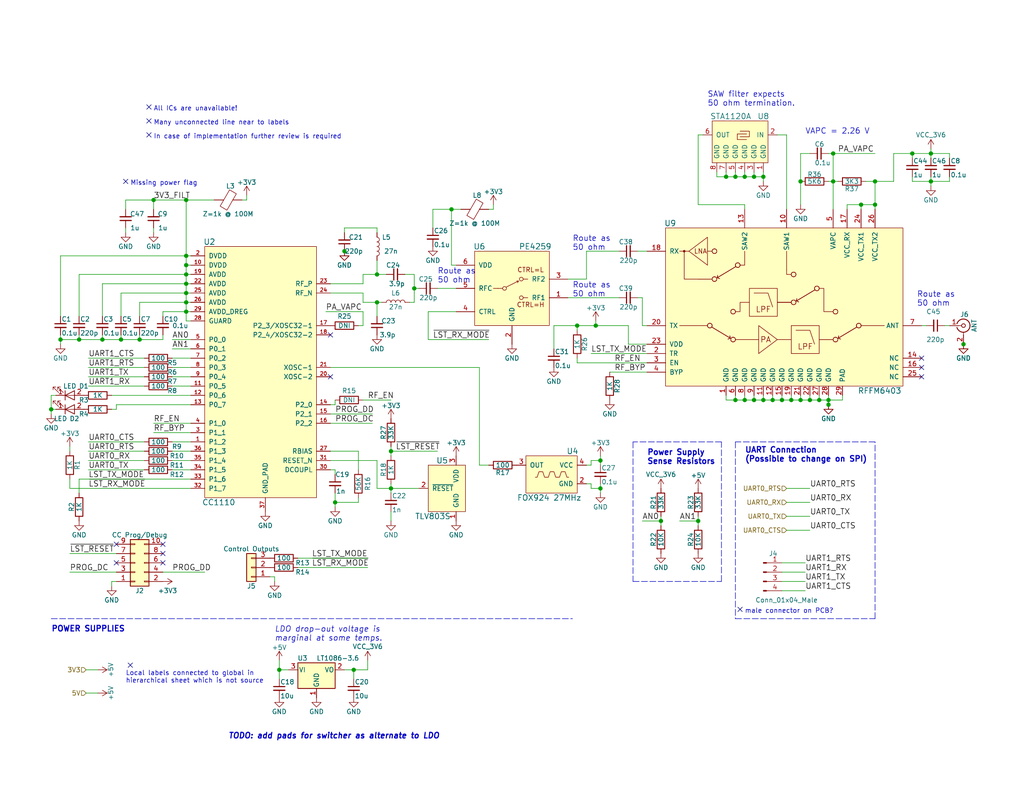
<source format=kicad_sch>
(kicad_sch (version 20210621) (generator eeschema)

  (uuid 31b0c6a8-031c-465a-a937-d97b09c540f9)

  (paper "USLetter")

  (title_block
    (title "OpenLST Reference Design")
    (date "2018-08-02")
    (rev "2.1")
    (comment 1 "Drawn by Ryan Kingsbury")
    (comment 2 "License")
    (comment 3 "This work is licensed under a Creative Commons Attribution-ShareAlike 4.0 International")
    (comment 4 "Copyright 2018 Planet Labs Inc")
  )

  


  (junction (at 13.97 111.76) (diameter 1.016) (color 0 0 0 0))
  (junction (at 16.51 92.71) (diameter 1.016) (color 0 0 0 0))
  (junction (at 21.59 92.71) (diameter 1.016) (color 0 0 0 0))
  (junction (at 27.94 92.71) (diameter 1.016) (color 0 0 0 0))
  (junction (at 33.02 92.71) (diameter 1.016) (color 0 0 0 0))
  (junction (at 38.1 92.71) (diameter 1.016) (color 0 0 0 0))
  (junction (at 41.91 54.61) (diameter 1.016) (color 0 0 0 0))
  (junction (at 50.8 54.61) (diameter 1.016) (color 0 0 0 0))
  (junction (at 50.8 69.85) (diameter 1.016) (color 0 0 0 0))
  (junction (at 50.8 72.39) (diameter 1.016) (color 0 0 0 0))
  (junction (at 50.8 74.93) (diameter 1.016) (color 0 0 0 0))
  (junction (at 50.8 77.47) (diameter 1.016) (color 0 0 0 0))
  (junction (at 50.8 80.01) (diameter 1.016) (color 0 0 0 0))
  (junction (at 50.8 82.55) (diameter 1.016) (color 0 0 0 0))
  (junction (at 50.8 85.09) (diameter 1.016) (color 0 0 0 0))
  (junction (at 76.2 182.88) (diameter 1.016) (color 0 0 0 0))
  (junction (at 91.44 137.16) (diameter 1.016) (color 0 0 0 0))
  (junction (at 93.98 68.58) (diameter 1.016) (color 0 0 0 0))
  (junction (at 96.52 182.88) (diameter 1.016) (color 0 0 0 0))
  (junction (at 102.87 74.93) (diameter 1.016) (color 0 0 0 0))
  (junction (at 102.87 82.55) (diameter 1.016) (color 0 0 0 0))
  (junction (at 106.68 123.19) (diameter 1.016) (color 0 0 0 0))
  (junction (at 106.68 133.35) (diameter 1.016) (color 0 0 0 0))
  (junction (at 113.03 78.74) (diameter 1.016) (color 0 0 0 0))
  (junction (at 123.19 57.15) (diameter 1.016) (color 0 0 0 0))
  (junction (at 157.48 88.9) (diameter 1.016) (color 0 0 0 0))
  (junction (at 162.56 88.9) (diameter 1.016) (color 0 0 0 0))
  (junction (at 163.83 125.73) (diameter 1.016) (color 0 0 0 0))
  (junction (at 163.83 133.35) (diameter 1.016) (color 0 0 0 0))
  (junction (at 180.34 142.24) (diameter 1.016) (color 0 0 0 0))
  (junction (at 190.5 142.24) (diameter 1.016) (color 0 0 0 0))
  (junction (at 198.12 48.26) (diameter 1.016) (color 0 0 0 0))
  (junction (at 200.66 48.26) (diameter 1.016) (color 0 0 0 0))
  (junction (at 200.66 109.22) (diameter 1.016) (color 0 0 0 0))
  (junction (at 203.2 48.26) (diameter 1.016) (color 0 0 0 0))
  (junction (at 203.2 109.22) (diameter 1.016) (color 0 0 0 0))
  (junction (at 205.74 48.26) (diameter 1.016) (color 0 0 0 0))
  (junction (at 205.74 109.22) (diameter 1.016) (color 0 0 0 0))
  (junction (at 208.28 48.26) (diameter 1.016) (color 0 0 0 0))
  (junction (at 208.28 109.22) (diameter 1.016) (color 0 0 0 0))
  (junction (at 210.82 109.22) (diameter 1.016) (color 0 0 0 0))
  (junction (at 213.36 109.22) (diameter 1.016) (color 0 0 0 0))
  (junction (at 215.9 109.22) (diameter 1.016) (color 0 0 0 0))
  (junction (at 218.44 49.53) (diameter 1.016) (color 0 0 0 0))
  (junction (at 218.44 109.22) (diameter 1.016) (color 0 0 0 0))
  (junction (at 220.98 109.22) (diameter 1.016) (color 0 0 0 0))
  (junction (at 223.52 109.22) (diameter 1.016) (color 0 0 0 0))
  (junction (at 226.06 109.22) (diameter 1.016) (color 0 0 0 0))
  (junction (at 226.06 110.49) (diameter 1.016) (color 0 0 0 0))
  (junction (at 227.33 41.91) (diameter 1.016) (color 0 0 0 0))
  (junction (at 227.33 49.53) (diameter 1.016) (color 0 0 0 0))
  (junction (at 234.95 55.88) (diameter 1.016) (color 0 0 0 0))
  (junction (at 238.76 49.53) (diameter 1.016) (color 0 0 0 0))
  (junction (at 238.76 55.88) (diameter 1.016) (color 0 0 0 0))
  (junction (at 248.92 41.91) (diameter 1.016) (color 0 0 0 0))
  (junction (at 254 41.91) (diameter 1.016) (color 0 0 0 0))
  (junction (at 254 49.53) (diameter 1.016) (color 0 0 0 0))
  (junction (at 262.89 93.98) (diameter 1.016) (color 0 0 0 0))

  (no_connect (at 31.75 148.59) (uuid bd1c0dc9-9dab-4a8e-960f-1be5fb624ba2))
  (no_connect (at 31.75 153.67) (uuid 2835a888-a3b6-4aa1-bcc0-c16b4cc0a324))
  (no_connect (at 34.29 49.53) (uuid 4ae87010-1994-40c2-a0d9-176e9d8e05b5))
  (no_connect (at 35.56 181.61) (uuid a810df70-e42e-4b03-8dae-0a083d5e1afc))
  (no_connect (at 40.64 29.21) (uuid 1fe0feb1-2a3d-4d7d-ae9c-0e09d8d8aae5))
  (no_connect (at 40.64 33.02) (uuid 431f45c9-33a6-4cd6-aa8e-0cfd43863de2))
  (no_connect (at 40.64 36.83) (uuid dd9d7c69-42a8-4414-b13f-eb9c4e26c22d))
  (no_connect (at 44.45 148.59) (uuid 1ed7ac17-6c61-4e9a-a0a5-ce3e8a7df851))
  (no_connect (at 44.45 151.13) (uuid edbe6432-cdc2-4880-a5a5-187633fe248e))
  (no_connect (at 44.45 153.67) (uuid ebb02fa3-ca97-44d1-9429-1497c5b0f1f5))
  (no_connect (at 90.17 91.44) (uuid 07da0a64-f33b-469a-973d-c9b25dd8db9e))
  (no_connect (at 90.17 102.87) (uuid 39387e56-b387-4959-94ce-73d8a78be2b3))
  (no_connect (at 201.93 166.37) (uuid 2772ed42-5aa2-4f66-9358-9fc674eff10a))
  (no_connect (at 251.46 97.79) (uuid f69c727c-cf15-44ef-bbb7-55c493ba44b2))
  (no_connect (at 251.46 100.33) (uuid ee771831-bd6c-4140-95ae-f4245c540cb3))
  (no_connect (at 251.46 102.87) (uuid db1a56a6-b7b9-4146-8cd1-d658900b5370))

  (wire (pts (xy 13.97 107.95) (xy 13.97 111.76))
    (stroke (width 0) (type solid) (color 0 0 0 0))
    (uuid 1bb1f057-7a05-4294-a49e-936fe0500f13)
  )
  (wire (pts (xy 13.97 111.76) (xy 13.97 113.03))
    (stroke (width 0) (type solid) (color 0 0 0 0))
    (uuid 86598eef-286e-41aa-9aaa-73795ceeaaf8)
  )
  (wire (pts (xy 15.24 107.95) (xy 13.97 107.95))
    (stroke (width 0) (type solid) (color 0 0 0 0))
    (uuid f924816a-3110-4a1c-942a-8ecf950371c1)
  )
  (wire (pts (xy 15.24 111.76) (xy 13.97 111.76))
    (stroke (width 0) (type solid) (color 0 0 0 0))
    (uuid 6f862ca1-90c0-48f7-86da-323cfc2ede99)
  )
  (wire (pts (xy 16.51 69.85) (xy 50.8 69.85))
    (stroke (width 0) (type solid) (color 0 0 0 0))
    (uuid cb64e1e3-a20b-4d0d-9852-74e7a2db52d2)
  )
  (wire (pts (xy 16.51 86.36) (xy 16.51 69.85))
    (stroke (width 0) (type solid) (color 0 0 0 0))
    (uuid bfb94146-2417-495c-afbe-daff6e2e6224)
  )
  (wire (pts (xy 16.51 91.44) (xy 16.51 92.71))
    (stroke (width 0) (type solid) (color 0 0 0 0))
    (uuid eb9af990-f5b6-4fdb-9c6e-401bba58275f)
  )
  (wire (pts (xy 16.51 92.71) (xy 16.51 93.98))
    (stroke (width 0) (type solid) (color 0 0 0 0))
    (uuid 89222843-b49d-4c08-9523-521b36dafc0d)
  )
  (wire (pts (xy 16.51 92.71) (xy 21.59 92.71))
    (stroke (width 0) (type solid) (color 0 0 0 0))
    (uuid 7d1a05ed-443c-4314-b7c9-2cacda5c61d0)
  )
  (wire (pts (xy 19.05 121.92) (xy 19.05 123.19))
    (stroke (width 0) (type solid) (color 0 0 0 0))
    (uuid b3cb7d03-5bef-4d3f-823f-001cb79fd627)
  )
  (wire (pts (xy 19.05 130.81) (xy 19.05 133.35))
    (stroke (width 0) (type solid) (color 0 0 0 0))
    (uuid 1e1bea3b-7b95-4b92-8311-8c0cf9ab3b11)
  )
  (wire (pts (xy 19.05 133.35) (xy 52.07 133.35))
    (stroke (width 0) (type solid) (color 0 0 0 0))
    (uuid 679b6ff4-ae13-41cd-ba2f-d2c2284c2873)
  )
  (wire (pts (xy 19.05 156.21) (xy 31.75 156.21))
    (stroke (width 0) (type solid) (color 0 0 0 0))
    (uuid e04dccd5-03b9-4fdb-a892-6917746ff057)
  )
  (wire (pts (xy 21.59 74.93) (xy 50.8 74.93))
    (stroke (width 0) (type solid) (color 0 0 0 0))
    (uuid 0e846a0c-79e7-488b-ba52-6f3e26c690b2)
  )
  (wire (pts (xy 21.59 86.36) (xy 21.59 74.93))
    (stroke (width 0) (type solid) (color 0 0 0 0))
    (uuid 2b149225-5dc2-45e9-91fc-16c401e34f41)
  )
  (wire (pts (xy 21.59 92.71) (xy 21.59 91.44))
    (stroke (width 0) (type solid) (color 0 0 0 0))
    (uuid d7b097e6-c42e-4ddb-9f9d-388cd499f661)
  )
  (wire (pts (xy 21.59 92.71) (xy 27.94 92.71))
    (stroke (width 0) (type solid) (color 0 0 0 0))
    (uuid fa044d65-0df0-4ff4-a42b-05368d090139)
  )
  (wire (pts (xy 21.59 130.81) (xy 21.59 134.62))
    (stroke (width 0) (type solid) (color 0 0 0 0))
    (uuid eb934a01-5e67-4db4-90b6-e19d80ac31de)
  )
  (wire (pts (xy 21.59 130.81) (xy 52.07 130.81))
    (stroke (width 0) (type solid) (color 0 0 0 0))
    (uuid 8979dc7e-f18d-4026-ab5b-e25b6573fb73)
  )
  (wire (pts (xy 23.495 182.88) (xy 26.67 182.88))
    (stroke (width 0) (type solid) (color 0 0 0 0))
    (uuid c8f7fe74-b475-4c3a-9629-bc0833e95168)
  )
  (wire (pts (xy 23.495 189.23) (xy 26.67 189.23))
    (stroke (width 0) (type solid) (color 0 0 0 0))
    (uuid e45a142d-a4b4-4be3-83e8-3306d62914de)
  )
  (wire (pts (xy 27.94 77.47) (xy 50.8 77.47))
    (stroke (width 0) (type solid) (color 0 0 0 0))
    (uuid 2b38cbfa-8e29-4a9f-a100-1bf551f2379b)
  )
  (wire (pts (xy 27.94 86.36) (xy 27.94 77.47))
    (stroke (width 0) (type solid) (color 0 0 0 0))
    (uuid 9ff02183-ed72-4e70-85ff-dde8c81e6605)
  )
  (wire (pts (xy 27.94 92.71) (xy 27.94 91.44))
    (stroke (width 0) (type solid) (color 0 0 0 0))
    (uuid 952e84c0-b8c8-4fea-bf32-e32928dc1739)
  )
  (wire (pts (xy 27.94 92.71) (xy 33.02 92.71))
    (stroke (width 0) (type solid) (color 0 0 0 0))
    (uuid a6823e4a-1b88-43a7-89cf-dac1a1fa80e0)
  )
  (wire (pts (xy 30.48 107.95) (xy 52.07 107.95))
    (stroke (width 0) (type solid) (color 0 0 0 0))
    (uuid 1339e9f3-dbdf-4522-92e1-aec9a67b9324)
  )
  (wire (pts (xy 30.48 111.76) (xy 31.75 111.76))
    (stroke (width 0) (type solid) (color 0 0 0 0))
    (uuid d5f04a52-f1fa-44ea-be65-4e9bf28ccf6c)
  )
  (wire (pts (xy 30.48 158.75) (xy 31.75 158.75))
    (stroke (width 0) (type solid) (color 0 0 0 0))
    (uuid ddba8fa4-1024-48c8-81ad-669a90684c03)
  )
  (wire (pts (xy 30.48 160.02) (xy 30.48 158.75))
    (stroke (width 0) (type solid) (color 0 0 0 0))
    (uuid 70ca4b9c-6ba9-40e9-aa20-c9a2d66d2939)
  )
  (wire (pts (xy 31.75 110.49) (xy 52.07 110.49))
    (stroke (width 0) (type solid) (color 0 0 0 0))
    (uuid ed41c7f9-3093-4da0-9c54-8e56cbc886dd)
  )
  (wire (pts (xy 31.75 111.76) (xy 31.75 110.49))
    (stroke (width 0) (type solid) (color 0 0 0 0))
    (uuid a5ca4580-30d4-4218-bf4f-a3ac77c4e770)
  )
  (wire (pts (xy 31.75 151.13) (xy 19.05 151.13))
    (stroke (width 0) (type solid) (color 0 0 0 0))
    (uuid 9942928c-6d04-4425-a9e4-f3e8957c3313)
  )
  (wire (pts (xy 33.02 80.01) (xy 50.8 80.01))
    (stroke (width 0) (type solid) (color 0 0 0 0))
    (uuid a10396ae-a1e6-4d63-bd03-8767d74cde3b)
  )
  (wire (pts (xy 33.02 86.36) (xy 33.02 80.01))
    (stroke (width 0) (type solid) (color 0 0 0 0))
    (uuid 018609aa-4a55-47cc-a055-9d5ffe6dc215)
  )
  (wire (pts (xy 33.02 92.71) (xy 33.02 91.44))
    (stroke (width 0) (type solid) (color 0 0 0 0))
    (uuid 4193aa4e-27d4-47e2-b209-315899157cfd)
  )
  (wire (pts (xy 33.02 92.71) (xy 38.1 92.71))
    (stroke (width 0) (type solid) (color 0 0 0 0))
    (uuid 7f36db1b-b0d0-4014-8af0-f0ff37e1ca95)
  )
  (wire (pts (xy 34.29 54.61) (xy 41.91 54.61))
    (stroke (width 0) (type solid) (color 0 0 0 0))
    (uuid 8d8430e3-cf50-4625-899e-311c1cc157ce)
  )
  (wire (pts (xy 34.29 57.15) (xy 34.29 54.61))
    (stroke (width 0) (type solid) (color 0 0 0 0))
    (uuid 6143c7b4-fbb2-45fd-ae4d-d5d7d54ec9f8)
  )
  (wire (pts (xy 34.29 63.5) (xy 34.29 62.23))
    (stroke (width 0) (type solid) (color 0 0 0 0))
    (uuid b7a6c40f-260f-4ac6-8439-fa628d8230aa)
  )
  (wire (pts (xy 38.1 82.55) (xy 50.8 82.55))
    (stroke (width 0) (type solid) (color 0 0 0 0))
    (uuid d0acf503-0287-4f12-a3a1-ed6526d69b81)
  )
  (wire (pts (xy 38.1 86.36) (xy 38.1 82.55))
    (stroke (width 0) (type solid) (color 0 0 0 0))
    (uuid 8e2d5558-3ef2-4127-b8dc-234d5ce7d871)
  )
  (wire (pts (xy 38.1 92.71) (xy 38.1 91.44))
    (stroke (width 0) (type solid) (color 0 0 0 0))
    (uuid 5d905b77-c992-47fd-9ec9-f563731f1cb4)
  )
  (wire (pts (xy 38.1 92.71) (xy 44.45 92.71))
    (stroke (width 0) (type solid) (color 0 0 0 0))
    (uuid 113ffbe2-2693-4119-bdb8-11dea62ba7f3)
  )
  (wire (pts (xy 39.37 97.79) (xy 24.13 97.79))
    (stroke (width 0) (type solid) (color 0 0 0 0))
    (uuid ed1e253d-6c9b-430f-9666-f0dc8a16c152)
  )
  (wire (pts (xy 39.37 100.33) (xy 24.13 100.33))
    (stroke (width 0) (type solid) (color 0 0 0 0))
    (uuid 1be0fc7d-9bed-48af-9ec7-8e30faddf4a0)
  )
  (wire (pts (xy 39.37 102.87) (xy 24.13 102.87))
    (stroke (width 0) (type solid) (color 0 0 0 0))
    (uuid 45f42130-b1fa-4f79-977e-fc1c0d6128eb)
  )
  (wire (pts (xy 39.37 105.41) (xy 24.13 105.41))
    (stroke (width 0) (type solid) (color 0 0 0 0))
    (uuid 9cd9be39-9698-4d9a-9cde-3cf075bcc625)
  )
  (wire (pts (xy 39.37 120.65) (xy 24.13 120.65))
    (stroke (width 0) (type solid) (color 0 0 0 0))
    (uuid 63e5da63-984b-4325-825d-29e69a73e506)
  )
  (wire (pts (xy 39.37 123.19) (xy 24.13 123.19))
    (stroke (width 0) (type solid) (color 0 0 0 0))
    (uuid b81aeb5d-43a7-4688-8d97-2d73822fd324)
  )
  (wire (pts (xy 39.37 125.73) (xy 24.13 125.73))
    (stroke (width 0) (type solid) (color 0 0 0 0))
    (uuid a9660e5a-ff1c-47bd-ae35-d302e675c3aa)
  )
  (wire (pts (xy 39.37 128.27) (xy 24.13 128.27))
    (stroke (width 0) (type solid) (color 0 0 0 0))
    (uuid dd5a4d2c-6ee6-4a52-a18e-240856b10640)
  )
  (wire (pts (xy 41.91 54.61) (xy 41.91 57.15))
    (stroke (width 0) (type solid) (color 0 0 0 0))
    (uuid 13f71410-5410-4ee0-813d-1adc8d49fa82)
  )
  (wire (pts (xy 41.91 54.61) (xy 50.8 54.61))
    (stroke (width 0) (type solid) (color 0 0 0 0))
    (uuid 69b52d80-69ad-48b4-b665-c0c61f72ca5c)
  )
  (wire (pts (xy 41.91 62.23) (xy 41.91 63.5))
    (stroke (width 0) (type solid) (color 0 0 0 0))
    (uuid 794982b6-1e4b-408a-aced-4257bf0d635e)
  )
  (wire (pts (xy 44.45 85.09) (xy 44.45 86.36))
    (stroke (width 0) (type solid) (color 0 0 0 0))
    (uuid eb4fe28e-f23b-4ba5-ba31-1ea19fffb5fc)
  )
  (wire (pts (xy 44.45 85.09) (xy 50.8 85.09))
    (stroke (width 0) (type solid) (color 0 0 0 0))
    (uuid 001f07de-c19f-406c-b57a-a7031dae9029)
  )
  (wire (pts (xy 44.45 92.71) (xy 44.45 91.44))
    (stroke (width 0) (type solid) (color 0 0 0 0))
    (uuid 54a1236e-60f0-4f92-969f-4da647f5803a)
  )
  (wire (pts (xy 44.45 156.21) (xy 55.88 156.21))
    (stroke (width 0) (type solid) (color 0 0 0 0))
    (uuid efcb3cc7-472b-44ec-86ad-fcc124a008aa)
  )
  (wire (pts (xy 46.99 97.79) (xy 52.07 97.79))
    (stroke (width 0) (type solid) (color 0 0 0 0))
    (uuid 9f3ea1b8-ca2d-47d5-80c0-497174ee604e)
  )
  (wire (pts (xy 46.99 100.33) (xy 52.07 100.33))
    (stroke (width 0) (type solid) (color 0 0 0 0))
    (uuid e8b3b3a2-cec0-469c-a903-39235bd091dd)
  )
  (wire (pts (xy 46.99 102.87) (xy 52.07 102.87))
    (stroke (width 0) (type solid) (color 0 0 0 0))
    (uuid 33868d29-aa24-43a3-a8e1-dfd4f210cd45)
  )
  (wire (pts (xy 46.99 105.41) (xy 52.07 105.41))
    (stroke (width 0) (type solid) (color 0 0 0 0))
    (uuid f92e9403-01cf-46fb-bf3d-1fce55a4cb9e)
  )
  (wire (pts (xy 46.99 120.65) (xy 52.07 120.65))
    (stroke (width 0) (type solid) (color 0 0 0 0))
    (uuid 65f8db90-bcee-42cd-aff6-f9c60f72bc15)
  )
  (wire (pts (xy 46.99 123.19) (xy 52.07 123.19))
    (stroke (width 0) (type solid) (color 0 0 0 0))
    (uuid d290f9c6-590c-4735-a434-3b632c88ffb8)
  )
  (wire (pts (xy 46.99 125.73) (xy 52.07 125.73))
    (stroke (width 0) (type solid) (color 0 0 0 0))
    (uuid b8e393ea-6246-40cb-af9d-35795b2dad95)
  )
  (wire (pts (xy 46.99 128.27) (xy 52.07 128.27))
    (stroke (width 0) (type solid) (color 0 0 0 0))
    (uuid d52cd717-f4c3-441c-ab95-57fd2e3990b4)
  )
  (wire (pts (xy 50.8 54.61) (xy 50.8 69.85))
    (stroke (width 0) (type solid) (color 0 0 0 0))
    (uuid 1cb0e9c4-c7da-4efc-bab7-fd9f130b250f)
  )
  (wire (pts (xy 50.8 54.61) (xy 58.42 54.61))
    (stroke (width 0) (type solid) (color 0 0 0 0))
    (uuid 279d666b-4bf9-4ad3-9e47-e7d284e8b248)
  )
  (wire (pts (xy 50.8 69.85) (xy 50.8 72.39))
    (stroke (width 0) (type solid) (color 0 0 0 0))
    (uuid a343497b-c29d-483a-9660-8a714e911b40)
  )
  (wire (pts (xy 50.8 69.85) (xy 52.07 69.85))
    (stroke (width 0) (type solid) (color 0 0 0 0))
    (uuid 7d0e0291-71de-4189-8f7d-2298754407f1)
  )
  (wire (pts (xy 50.8 72.39) (xy 50.8 74.93))
    (stroke (width 0) (type solid) (color 0 0 0 0))
    (uuid 1b5f8d9f-c23f-4236-9fd7-834c95ba777f)
  )
  (wire (pts (xy 50.8 72.39) (xy 52.07 72.39))
    (stroke (width 0) (type solid) (color 0 0 0 0))
    (uuid c9b7ba65-58a6-471e-b4dc-f071eee93d01)
  )
  (wire (pts (xy 50.8 74.93) (xy 50.8 77.47))
    (stroke (width 0) (type solid) (color 0 0 0 0))
    (uuid 950b441d-dca9-4246-b8e4-b044da04c1f9)
  )
  (wire (pts (xy 50.8 74.93) (xy 52.07 74.93))
    (stroke (width 0) (type solid) (color 0 0 0 0))
    (uuid 54d13763-408b-4a41-9186-7e3af4a919ac)
  )
  (wire (pts (xy 50.8 77.47) (xy 50.8 80.01))
    (stroke (width 0) (type solid) (color 0 0 0 0))
    (uuid 1a979674-d889-47de-966a-8123d483e225)
  )
  (wire (pts (xy 50.8 77.47) (xy 52.07 77.47))
    (stroke (width 0) (type solid) (color 0 0 0 0))
    (uuid aac38559-f386-4ec1-a157-c1f05f398a5c)
  )
  (wire (pts (xy 50.8 80.01) (xy 50.8 82.55))
    (stroke (width 0) (type solid) (color 0 0 0 0))
    (uuid 3b8b6c41-2a6e-4dbf-8bc2-90b6df22e0b4)
  )
  (wire (pts (xy 50.8 80.01) (xy 52.07 80.01))
    (stroke (width 0) (type solid) (color 0 0 0 0))
    (uuid b33cf266-84d0-4c7c-a18c-865e9f48e2f0)
  )
  (wire (pts (xy 50.8 82.55) (xy 50.8 85.09))
    (stroke (width 0) (type solid) (color 0 0 0 0))
    (uuid b511643a-40b1-400d-8189-5eebb4df6d85)
  )
  (wire (pts (xy 50.8 82.55) (xy 52.07 82.55))
    (stroke (width 0) (type solid) (color 0 0 0 0))
    (uuid 964ab87e-9f66-4e7e-ae1f-1a03d2bb00ab)
  )
  (wire (pts (xy 50.8 85.09) (xy 50.8 87.63))
    (stroke (width 0) (type solid) (color 0 0 0 0))
    (uuid 0e72e75f-373b-435d-b33b-09ebfd173830)
  )
  (wire (pts (xy 50.8 85.09) (xy 52.07 85.09))
    (stroke (width 0) (type solid) (color 0 0 0 0))
    (uuid b9abca4b-f17e-49da-9cf2-36b785c7066a)
  )
  (wire (pts (xy 50.8 87.63) (xy 52.07 87.63))
    (stroke (width 0) (type solid) (color 0 0 0 0))
    (uuid b8de970d-f9b3-4edd-a4c1-79bb1ba723bf)
  )
  (wire (pts (xy 52.07 92.71) (xy 46.99 92.71))
    (stroke (width 0) (type solid) (color 0 0 0 0))
    (uuid 56ce3273-3ee0-4329-bbcd-d8b69a8f3070)
  )
  (wire (pts (xy 52.07 95.25) (xy 46.99 95.25))
    (stroke (width 0) (type solid) (color 0 0 0 0))
    (uuid e6f86d11-c777-4a7b-a341-dd4ba83f8cb9)
  )
  (wire (pts (xy 52.07 115.57) (xy 41.91 115.57))
    (stroke (width 0) (type solid) (color 0 0 0 0))
    (uuid ce68e74f-46c4-471a-bb68-0a1d2d36e7b4)
  )
  (wire (pts (xy 52.07 118.11) (xy 41.91 118.11))
    (stroke (width 0) (type solid) (color 0 0 0 0))
    (uuid d67f9b0e-275f-4dfc-9094-a32d66c82ef7)
  )
  (wire (pts (xy 67.31 53.34) (xy 67.31 54.61))
    (stroke (width 0) (type solid) (color 0 0 0 0))
    (uuid 3c7b332a-4c7a-4be5-a625-ceb96b7861ae)
  )
  (wire (pts (xy 67.31 54.61) (xy 66.04 54.61))
    (stroke (width 0) (type solid) (color 0 0 0 0))
    (uuid 10e88112-67c2-446f-b77b-b8a3b994c6ea)
  )
  (wire (pts (xy 73.66 157.48) (xy 74.93 157.48))
    (stroke (width 0) (type solid) (color 0 0 0 0))
    (uuid d08771cf-a1f2-4353-aa29-79f7dad276b9)
  )
  (wire (pts (xy 74.93 157.48) (xy 74.93 158.75))
    (stroke (width 0) (type solid) (color 0 0 0 0))
    (uuid 48a74c96-989d-4fa5-b2a0-276dce85907d)
  )
  (wire (pts (xy 76.2 180.34) (xy 76.2 182.88))
    (stroke (width 0) (type solid) (color 0 0 0 0))
    (uuid 5ac20b77-6e7a-4ad8-b46f-4b9b0378999c)
  )
  (wire (pts (xy 76.2 182.88) (xy 76.2 185.42))
    (stroke (width 0) (type solid) (color 0 0 0 0))
    (uuid 8ada8829-c43f-4212-af68-6e8f642bc722)
  )
  (wire (pts (xy 76.2 182.88) (xy 78.74 182.88))
    (stroke (width 0) (type solid) (color 0 0 0 0))
    (uuid 930f14e2-f38d-401a-805a-ba1dadf3f393)
  )
  (wire (pts (xy 81.28 152.4) (xy 100.33 152.4))
    (stroke (width 0) (type solid) (color 0 0 0 0))
    (uuid c6654a9d-4cbb-48d0-a16d-092d139d39d0)
  )
  (wire (pts (xy 81.28 154.94) (xy 100.33 154.94))
    (stroke (width 0) (type solid) (color 0 0 0 0))
    (uuid d2c8f905-e555-41f4-8168-eea8be832fa5)
  )
  (wire (pts (xy 90.17 100.33) (xy 130.81 100.33))
    (stroke (width 0) (type solid) (color 0 0 0 0))
    (uuid 0d2c17bc-b8aa-45c1-b925-6665cb347660)
  )
  (wire (pts (xy 90.17 110.49) (xy 91.44 110.49))
    (stroke (width 0) (type solid) (color 0 0 0 0))
    (uuid 8a511972-6230-4497-bf58-3bf0d5a2b0bb)
  )
  (wire (pts (xy 90.17 113.03) (xy 101.6 113.03))
    (stroke (width 0) (type solid) (color 0 0 0 0))
    (uuid 967ad674-4fdb-4590-bba2-78200aa5c49d)
  )
  (wire (pts (xy 90.17 115.57) (xy 101.6 115.57))
    (stroke (width 0) (type solid) (color 0 0 0 0))
    (uuid 94d320cd-6eac-440c-bde0-344a8a565c6e)
  )
  (wire (pts (xy 90.17 123.19) (xy 97.79 123.19))
    (stroke (width 0) (type solid) (color 0 0 0 0))
    (uuid 6433c154-fe65-4b82-8e3c-617090328608)
  )
  (wire (pts (xy 90.17 125.73) (xy 102.87 125.73))
    (stroke (width 0) (type solid) (color 0 0 0 0))
    (uuid 29ab046f-fabe-47c6-935c-bbb7ccacdac1)
  )
  (wire (pts (xy 90.17 128.27) (xy 91.44 128.27))
    (stroke (width 0) (type solid) (color 0 0 0 0))
    (uuid 96a09475-4977-46b1-9ca4-9249e3c3e17e)
  )
  (wire (pts (xy 91.44 110.49) (xy 91.44 109.22))
    (stroke (width 0) (type solid) (color 0 0 0 0))
    (uuid a176db7b-8c29-491e-ac4f-d39af84cb433)
  )
  (wire (pts (xy 91.44 128.27) (xy 91.44 129.54))
    (stroke (width 0) (type solid) (color 0 0 0 0))
    (uuid dbb491f7-72a2-43e9-ab06-0fe26e989057)
  )
  (wire (pts (xy 91.44 134.62) (xy 91.44 137.16))
    (stroke (width 0) (type solid) (color 0 0 0 0))
    (uuid ec847763-bc21-4ad3-b227-d0f024d6c1bc)
  )
  (wire (pts (xy 91.44 137.16) (xy 91.44 138.43))
    (stroke (width 0) (type solid) (color 0 0 0 0))
    (uuid 9a336e60-212c-4b0f-b392-b5a1c8b9f766)
  )
  (wire (pts (xy 93.98 62.23) (xy 93.98 63.5))
    (stroke (width 0) (type solid) (color 0 0 0 0))
    (uuid faa43d21-2a70-4aaa-9904-6e24ad0fefd3)
  )
  (wire (pts (xy 93.98 182.88) (xy 96.52 182.88))
    (stroke (width 0) (type solid) (color 0 0 0 0))
    (uuid 5ee4d1d0-3796-45fd-99ad-e5991c2c6e77)
  )
  (wire (pts (xy 96.52 182.88) (xy 100.33 182.88))
    (stroke (width 0) (type solid) (color 0 0 0 0))
    (uuid d157648c-ea67-4c4c-9397-f3ce181bc950)
  )
  (wire (pts (xy 96.52 185.42) (xy 96.52 182.88))
    (stroke (width 0) (type solid) (color 0 0 0 0))
    (uuid 4c62d150-5f67-481b-9ac0-d7719c3b0b3d)
  )
  (wire (pts (xy 97.79 88.9) (xy 99.06 88.9))
    (stroke (width 0) (type solid) (color 0 0 0 0))
    (uuid 73468ba7-6cdc-4032-bbd4-28e07c379c25)
  )
  (wire (pts (xy 97.79 123.19) (xy 97.79 128.27))
    (stroke (width 0) (type solid) (color 0 0 0 0))
    (uuid 166b26ff-bfb3-406d-ad92-203f5b99e068)
  )
  (wire (pts (xy 97.79 135.89) (xy 97.79 137.16))
    (stroke (width 0) (type solid) (color 0 0 0 0))
    (uuid fdd62f51-1ad1-465c-9fad-0c274ea49d84)
  )
  (wire (pts (xy 97.79 137.16) (xy 91.44 137.16))
    (stroke (width 0) (type solid) (color 0 0 0 0))
    (uuid 581955b6-e8e4-4d61-a578-7709ab29ac75)
  )
  (wire (pts (xy 99.06 74.93) (xy 102.87 74.93))
    (stroke (width 0) (type solid) (color 0 0 0 0))
    (uuid 32085c14-c8ff-4c74-bb8f-f38df5e2722c)
  )
  (wire (pts (xy 99.06 77.47) (xy 90.17 77.47))
    (stroke (width 0) (type solid) (color 0 0 0 0))
    (uuid 6365cebb-414f-484d-9061-826154abad6e)
  )
  (wire (pts (xy 99.06 77.47) (xy 99.06 74.93))
    (stroke (width 0) (type solid) (color 0 0 0 0))
    (uuid e4bf8525-4603-4e18-aec0-5f19b64d8360)
  )
  (wire (pts (xy 99.06 80.01) (xy 90.17 80.01))
    (stroke (width 0) (type solid) (color 0 0 0 0))
    (uuid b367b5bf-7a24-4358-9d1e-f79ddc82a910)
  )
  (wire (pts (xy 99.06 82.55) (xy 99.06 80.01))
    (stroke (width 0) (type solid) (color 0 0 0 0))
    (uuid 4f299961-cb99-4155-869d-50162b2f4adb)
  )
  (wire (pts (xy 99.06 82.55) (xy 102.87 82.55))
    (stroke (width 0) (type solid) (color 0 0 0 0))
    (uuid 33484def-ab78-43f8-b650-7fbc44c41130)
  )
  (wire (pts (xy 99.06 85.09) (xy 88.9 85.09))
    (stroke (width 0) (type solid) (color 0 0 0 0))
    (uuid 92a13905-a032-40c2-a66e-1f7a1591878e)
  )
  (wire (pts (xy 99.06 88.9) (xy 99.06 85.09))
    (stroke (width 0) (type solid) (color 0 0 0 0))
    (uuid 4379819c-3929-474f-9d68-fda9f54ff7ab)
  )
  (wire (pts (xy 99.06 109.22) (xy 106.68 109.22))
    (stroke (width 0) (type solid) (color 0 0 0 0))
    (uuid 09a75c36-fcdf-40c7-95be-3890ff327f77)
  )
  (wire (pts (xy 100.33 182.88) (xy 100.33 180.34))
    (stroke (width 0) (type solid) (color 0 0 0 0))
    (uuid 9aecbff8-272b-4000-b994-3e9150661bcc)
  )
  (wire (pts (xy 102.87 62.23) (xy 93.98 62.23))
    (stroke (width 0) (type solid) (color 0 0 0 0))
    (uuid df8873e8-3556-4909-b139-e0545041b2cc)
  )
  (wire (pts (xy 102.87 63.5) (xy 102.87 62.23))
    (stroke (width 0) (type solid) (color 0 0 0 0))
    (uuid d6338f31-daac-4ead-9090-402dc77df3a0)
  )
  (wire (pts (xy 102.87 74.93) (xy 102.87 71.12))
    (stroke (width 0) (type solid) (color 0 0 0 0))
    (uuid 98631438-24a5-4be5-97df-07b393f677ac)
  )
  (wire (pts (xy 102.87 74.93) (xy 105.41 74.93))
    (stroke (width 0) (type solid) (color 0 0 0 0))
    (uuid 3762fd96-ca19-4d8c-abf7-c53e54f6a257)
  )
  (wire (pts (xy 102.87 82.55) (xy 102.87 86.36))
    (stroke (width 0) (type solid) (color 0 0 0 0))
    (uuid 941a20ed-fa27-4664-8d2b-d2be14d4f4cb)
  )
  (wire (pts (xy 102.87 82.55) (xy 104.14 82.55))
    (stroke (width 0) (type solid) (color 0 0 0 0))
    (uuid 836eec7c-fbf7-467e-9160-a1fb985d7965)
  )
  (wire (pts (xy 102.87 125.73) (xy 102.87 133.35))
    (stroke (width 0) (type solid) (color 0 0 0 0))
    (uuid 3ee5e65d-a9c9-4286-9944-68ba1a61bfab)
  )
  (wire (pts (xy 102.87 133.35) (xy 106.68 133.35))
    (stroke (width 0) (type solid) (color 0 0 0 0))
    (uuid 89ab63f3-a5eb-418a-8dbc-aa545fe2fda3)
  )
  (wire (pts (xy 106.68 121.92) (xy 106.68 123.19))
    (stroke (width 0) (type solid) (color 0 0 0 0))
    (uuid 54344b2a-2650-4b56-91ff-bdecd1faf38e)
  )
  (wire (pts (xy 106.68 123.19) (xy 106.68 124.46))
    (stroke (width 0) (type solid) (color 0 0 0 0))
    (uuid a7534b1c-6bd7-4b3c-b826-0f8aecc26bfe)
  )
  (wire (pts (xy 106.68 123.19) (xy 119.38 123.19))
    (stroke (width 0) (type solid) (color 0 0 0 0))
    (uuid 11ba78fb-ebb8-4e98-bba1-f0585b1932a3)
  )
  (wire (pts (xy 106.68 132.08) (xy 106.68 133.35))
    (stroke (width 0) (type solid) (color 0 0 0 0))
    (uuid bf84d9fe-6459-41be-a870-c95042cc3f78)
  )
  (wire (pts (xy 106.68 133.35) (xy 106.68 134.62))
    (stroke (width 0) (type solid) (color 0 0 0 0))
    (uuid 395246a0-dfae-4edc-84be-fb6438d41959)
  )
  (wire (pts (xy 106.68 133.35) (xy 114.3 133.35))
    (stroke (width 0) (type solid) (color 0 0 0 0))
    (uuid 97dee1c5-1752-40ec-895c-59c7251891d6)
  )
  (wire (pts (xy 106.68 139.7) (xy 106.68 142.24))
    (stroke (width 0) (type solid) (color 0 0 0 0))
    (uuid 6a881b4f-f930-4a66-8bdf-86e7465705b9)
  )
  (wire (pts (xy 113.03 74.93) (xy 110.49 74.93))
    (stroke (width 0) (type solid) (color 0 0 0 0))
    (uuid 9dd56ac8-9abf-4157-88e2-88bcce904546)
  )
  (wire (pts (xy 113.03 74.93) (xy 113.03 78.74))
    (stroke (width 0) (type solid) (color 0 0 0 0))
    (uuid 76643cc2-fb16-4b06-b4bf-d87e9ec768d8)
  )
  (wire (pts (xy 113.03 78.74) (xy 113.03 82.55))
    (stroke (width 0) (type solid) (color 0 0 0 0))
    (uuid 6abb27ad-4d38-40cf-8038-be001f72ae20)
  )
  (wire (pts (xy 113.03 82.55) (xy 111.76 82.55))
    (stroke (width 0) (type solid) (color 0 0 0 0))
    (uuid 99889696-89ef-4390-8c65-b5d8d436ce33)
  )
  (wire (pts (xy 114.3 78.74) (xy 113.03 78.74))
    (stroke (width 0) (type solid) (color 0 0 0 0))
    (uuid 1610813a-e559-45d0-9b55-e6c52062ab57)
  )
  (wire (pts (xy 116.84 85.09) (xy 116.84 92.71))
    (stroke (width 0) (type solid) (color 0 0 0 0))
    (uuid dd0cc9d9-5091-4105-93b7-7ba2b256a195)
  )
  (wire (pts (xy 116.84 92.71) (xy 133.35 92.71))
    (stroke (width 0) (type solid) (color 0 0 0 0))
    (uuid 35c1ac7b-c789-4037-960a-7da6b39d1275)
  )
  (wire (pts (xy 118.11 57.15) (xy 123.19 57.15))
    (stroke (width 0) (type solid) (color 0 0 0 0))
    (uuid fc461800-3596-4718-80aa-8bd7451a9c71)
  )
  (wire (pts (xy 118.11 62.23) (xy 118.11 57.15))
    (stroke (width 0) (type solid) (color 0 0 0 0))
    (uuid 6e0424bf-28d4-4ff1-8b3c-ca4d729a8042)
  )
  (wire (pts (xy 119.38 78.74) (xy 124.46 78.74))
    (stroke (width 0) (type solid) (color 0 0 0 0))
    (uuid 59a5fd7b-8259-4e93-ab13-6e69cc5d3810)
  )
  (wire (pts (xy 123.19 57.15) (xy 123.19 72.39))
    (stroke (width 0) (type solid) (color 0 0 0 0))
    (uuid 7a45da04-9607-4770-b85f-b923c3ad2189)
  )
  (wire (pts (xy 123.19 57.15) (xy 125.73 57.15))
    (stroke (width 0) (type solid) (color 0 0 0 0))
    (uuid 6a80006e-9704-4dc7-8552-a3db52873233)
  )
  (wire (pts (xy 123.19 72.39) (xy 124.46 72.39))
    (stroke (width 0) (type solid) (color 0 0 0 0))
    (uuid 66bf476c-e461-4d98-9190-21f83347191c)
  )
  (wire (pts (xy 124.46 85.09) (xy 116.84 85.09))
    (stroke (width 0) (type solid) (color 0 0 0 0))
    (uuid 1f347094-93bf-4b07-9085-d23f0392ce6c)
  )
  (wire (pts (xy 130.81 127) (xy 130.81 100.33))
    (stroke (width 0) (type solid) (color 0 0 0 0))
    (uuid 3b73e0c8-243f-471d-8ab9-f1844142f0a7)
  )
  (wire (pts (xy 133.35 127) (xy 130.81 127))
    (stroke (width 0) (type solid) (color 0 0 0 0))
    (uuid f7a46454-7e1e-4d2c-a1c2-043b88b067b0)
  )
  (wire (pts (xy 134.62 55.88) (xy 134.62 57.15))
    (stroke (width 0) (type solid) (color 0 0 0 0))
    (uuid 351e7051-f1c9-4aa2-8c25-261cf1a35681)
  )
  (wire (pts (xy 134.62 57.15) (xy 133.35 57.15))
    (stroke (width 0) (type solid) (color 0 0 0 0))
    (uuid b149c046-7381-463d-8cc5-3e6d338c5c33)
  )
  (wire (pts (xy 151.13 88.9) (xy 151.13 95.25))
    (stroke (width 0) (type solid) (color 0 0 0 0))
    (uuid af97ed5f-c59c-4176-8e24-cbfa78c82461)
  )
  (wire (pts (xy 151.13 88.9) (xy 157.48 88.9))
    (stroke (width 0) (type solid) (color 0 0 0 0))
    (uuid 4c25f994-e097-45ed-9313-a42e3921ec7f)
  )
  (wire (pts (xy 154.94 81.28) (xy 168.91 81.28))
    (stroke (width 0) (type solid) (color 0 0 0 0))
    (uuid 5d19b25a-8e45-4d54-b85c-5225f6af1723)
  )
  (wire (pts (xy 157.48 88.9) (xy 162.56 88.9))
    (stroke (width 0) (type solid) (color 0 0 0 0))
    (uuid 46f58c7c-d3d5-4dd3-b2f6-b6348c8f541b)
  )
  (wire (pts (xy 157.48 90.17) (xy 157.48 88.9))
    (stroke (width 0) (type solid) (color 0 0 0 0))
    (uuid 84e60649-87ce-446b-9b41-8379c6f5f706)
  )
  (wire (pts (xy 157.48 99.06) (xy 157.48 97.79))
    (stroke (width 0) (type solid) (color 0 0 0 0))
    (uuid a975c995-433a-422c-93e5-dd40ad786ad9)
  )
  (wire (pts (xy 157.48 99.06) (xy 176.53 99.06))
    (stroke (width 0) (type solid) (color 0 0 0 0))
    (uuid 655486e1-3625-4e66-8a89-83850994e9b1)
  )
  (wire (pts (xy 160.02 68.58) (xy 160.02 76.2))
    (stroke (width 0) (type solid) (color 0 0 0 0))
    (uuid e94598bb-7ec3-489b-ab95-57bf4218786a)
  )
  (wire (pts (xy 160.02 76.2) (xy 154.94 76.2))
    (stroke (width 0) (type solid) (color 0 0 0 0))
    (uuid 88e25da9-c291-4ef9-b838-38374b532784)
  )
  (wire (pts (xy 160.02 127) (xy 161.29 127))
    (stroke (width 0) (type solid) (color 0 0 0 0))
    (uuid dadceefd-7b97-4bbd-8150-64af4134cecc)
  )
  (wire (pts (xy 160.02 132.08) (xy 161.29 132.08))
    (stroke (width 0) (type solid) (color 0 0 0 0))
    (uuid e2d806e3-df90-449d-a22d-82a959f729dd)
  )
  (wire (pts (xy 161.29 125.73) (xy 163.83 125.73))
    (stroke (width 0) (type solid) (color 0 0 0 0))
    (uuid 62be36e0-a3b7-4c98-973d-c09628fb54f3)
  )
  (wire (pts (xy 161.29 127) (xy 161.29 125.73))
    (stroke (width 0) (type solid) (color 0 0 0 0))
    (uuid 4b26c279-3d3f-47ea-b98a-3eb81971e333)
  )
  (wire (pts (xy 161.29 132.08) (xy 161.29 133.35))
    (stroke (width 0) (type solid) (color 0 0 0 0))
    (uuid 2d3253ef-ec7d-40d3-b260-0d4265d77883)
  )
  (wire (pts (xy 161.29 133.35) (xy 163.83 133.35))
    (stroke (width 0) (type solid) (color 0 0 0 0))
    (uuid be80e220-ba5a-4619-8898-cdb79f6f44ba)
  )
  (wire (pts (xy 162.56 88.9) (xy 162.56 87.63))
    (stroke (width 0) (type solid) (color 0 0 0 0))
    (uuid 8f1cc797-05b5-4a78-93d8-2693db8fa96a)
  )
  (wire (pts (xy 162.56 88.9) (xy 171.45 88.9))
    (stroke (width 0) (type solid) (color 0 0 0 0))
    (uuid 635fb2b2-74b7-4a48-bb98-29135b228a90)
  )
  (wire (pts (xy 163.83 124.46) (xy 163.83 125.73))
    (stroke (width 0) (type solid) (color 0 0 0 0))
    (uuid 206c2727-0113-4166-a45e-63cd4490f544)
  )
  (wire (pts (xy 163.83 125.73) (xy 163.83 127))
    (stroke (width 0) (type solid) (color 0 0 0 0))
    (uuid c922cb66-a735-41c3-aa27-1a5e2c29a426)
  )
  (wire (pts (xy 163.83 132.08) (xy 163.83 133.35))
    (stroke (width 0) (type solid) (color 0 0 0 0))
    (uuid 9c6f93df-7782-4f23-8d53-0dbbb4f21081)
  )
  (wire (pts (xy 163.83 133.35) (xy 163.83 134.62))
    (stroke (width 0) (type solid) (color 0 0 0 0))
    (uuid c3ec03c1-d68d-41aa-b2f5-70870d7100ea)
  )
  (wire (pts (xy 166.37 101.6) (xy 176.53 101.6))
    (stroke (width 0) (type solid) (color 0 0 0 0))
    (uuid 1d9b658c-72c4-4fa8-8714-18f25c995c9e)
  )
  (wire (pts (xy 168.91 68.58) (xy 160.02 68.58))
    (stroke (width 0) (type solid) (color 0 0 0 0))
    (uuid 7ed1fb3a-ab8f-4237-bcd1-1524a7898e77)
  )
  (wire (pts (xy 171.45 88.9) (xy 171.45 93.98))
    (stroke (width 0) (type solid) (color 0 0 0 0))
    (uuid 167037b1-d01c-491f-a1c7-b20d8f415ca8)
  )
  (wire (pts (xy 171.45 93.98) (xy 176.53 93.98))
    (stroke (width 0) (type solid) (color 0 0 0 0))
    (uuid deb30bb5-9fff-4431-9ec9-a22b32cc8ac5)
  )
  (wire (pts (xy 173.99 68.58) (xy 176.53 68.58))
    (stroke (width 0) (type solid) (color 0 0 0 0))
    (uuid f94b5ddf-43ef-48cb-a1d3-973d6b4360af)
  )
  (wire (pts (xy 173.99 81.28) (xy 175.26 81.28))
    (stroke (width 0) (type solid) (color 0 0 0 0))
    (uuid 1a0e7ebd-54c6-4a63-a022-c0b34337dbd6)
  )
  (wire (pts (xy 175.26 81.28) (xy 175.26 88.9))
    (stroke (width 0) (type solid) (color 0 0 0 0))
    (uuid 6148ea10-01a1-4644-ba84-1ee54146d684)
  )
  (wire (pts (xy 175.26 88.9) (xy 176.53 88.9))
    (stroke (width 0) (type solid) (color 0 0 0 0))
    (uuid da8b23ec-42be-43f1-8a5e-239717cfe466)
  )
  (wire (pts (xy 176.53 96.52) (xy 161.29 96.52))
    (stroke (width 0) (type solid) (color 0 0 0 0))
    (uuid 92999079-c9b5-4e73-8e23-b257343d8a37)
  )
  (wire (pts (xy 180.34 140.97) (xy 180.34 142.24))
    (stroke (width 0) (type solid) (color 0 0 0 0))
    (uuid be05d8b3-36b3-46f4-a361-863fc8bfbb67)
  )
  (wire (pts (xy 180.34 142.24) (xy 175.26 142.24))
    (stroke (width 0) (type solid) (color 0 0 0 0))
    (uuid f1a03134-9e8e-4a2f-945a-9ef03c20a547)
  )
  (wire (pts (xy 180.34 142.24) (xy 180.34 143.51))
    (stroke (width 0) (type solid) (color 0 0 0 0))
    (uuid 91bb5605-ee93-47ce-8b47-082c7cb0d74e)
  )
  (wire (pts (xy 190.5 36.83) (xy 190.5 55.88))
    (stroke (width 0) (type solid) (color 0 0 0 0))
    (uuid 65309526-ca44-4883-a14c-aa0a4ad629a8)
  )
  (wire (pts (xy 190.5 55.88) (xy 203.2 55.88))
    (stroke (width 0) (type solid) (color 0 0 0 0))
    (uuid c08adf76-b285-415a-a901-0bee7fb554a4)
  )
  (wire (pts (xy 190.5 140.97) (xy 190.5 142.24))
    (stroke (width 0) (type solid) (color 0 0 0 0))
    (uuid e42a40c0-52a3-4f35-bfbd-9bfa983fcff1)
  )
  (wire (pts (xy 190.5 142.24) (xy 185.42 142.24))
    (stroke (width 0) (type solid) (color 0 0 0 0))
    (uuid 7d1c63d1-a8b5-46cf-8191-b4302f30026f)
  )
  (wire (pts (xy 190.5 142.24) (xy 190.5 143.51))
    (stroke (width 0) (type solid) (color 0 0 0 0))
    (uuid fc003b68-2e2c-4afc-aba9-5fea6156c719)
  )
  (wire (pts (xy 191.77 36.83) (xy 190.5 36.83))
    (stroke (width 0) (type solid) (color 0 0 0 0))
    (uuid 15ac16c8-52ac-44ce-a521-a190b21f0924)
  )
  (wire (pts (xy 195.58 46.99) (xy 195.58 48.26))
    (stroke (width 0) (type solid) (color 0 0 0 0))
    (uuid b29d3e36-c2e5-4784-b486-bba4b7abc50d)
  )
  (wire (pts (xy 195.58 48.26) (xy 198.12 48.26))
    (stroke (width 0) (type solid) (color 0 0 0 0))
    (uuid 3d9b2b5b-9a1d-48d3-bee2-c14975f3b3b4)
  )
  (wire (pts (xy 198.12 46.99) (xy 198.12 48.26))
    (stroke (width 0) (type solid) (color 0 0 0 0))
    (uuid f09574f5-5266-490e-95f6-10d20f5ca3bd)
  )
  (wire (pts (xy 198.12 48.26) (xy 200.66 48.26))
    (stroke (width 0) (type solid) (color 0 0 0 0))
    (uuid f3009903-8ab8-4f98-b59a-47851906c024)
  )
  (wire (pts (xy 198.12 107.95) (xy 198.12 109.22))
    (stroke (width 0) (type solid) (color 0 0 0 0))
    (uuid aaf740c2-faa2-495f-84be-619dec460268)
  )
  (wire (pts (xy 198.12 109.22) (xy 200.66 109.22))
    (stroke (width 0) (type solid) (color 0 0 0 0))
    (uuid 2c47ad53-33de-48d0-bff8-867bbe6ccf17)
  )
  (wire (pts (xy 200.66 48.26) (xy 200.66 46.99))
    (stroke (width 0) (type solid) (color 0 0 0 0))
    (uuid 319e19cc-8189-4657-9354-e7d7cb79752d)
  )
  (wire (pts (xy 200.66 48.26) (xy 203.2 48.26))
    (stroke (width 0) (type solid) (color 0 0 0 0))
    (uuid 79ed2e8a-306d-42b6-8f6f-c947a821b344)
  )
  (wire (pts (xy 200.66 107.95) (xy 200.66 109.22))
    (stroke (width 0) (type solid) (color 0 0 0 0))
    (uuid 0373717a-7c25-4cdc-8b84-630b3315e48e)
  )
  (wire (pts (xy 200.66 109.22) (xy 203.2 109.22))
    (stroke (width 0) (type solid) (color 0 0 0 0))
    (uuid 11aedbf9-ee99-46e0-b57c-61a564fc0c9d)
  )
  (wire (pts (xy 203.2 46.99) (xy 203.2 48.26))
    (stroke (width 0) (type solid) (color 0 0 0 0))
    (uuid 9ef6fa2c-4e0e-417e-bdc1-c6a0df6e4cfc)
  )
  (wire (pts (xy 203.2 48.26) (xy 205.74 48.26))
    (stroke (width 0) (type solid) (color 0 0 0 0))
    (uuid b0156381-b893-4c65-9b74-da3b21d9b566)
  )
  (wire (pts (xy 203.2 55.88) (xy 203.2 57.15))
    (stroke (width 0) (type solid) (color 0 0 0 0))
    (uuid 7b8e73f4-8719-4e99-bafa-f343abcc656f)
  )
  (wire (pts (xy 203.2 109.22) (xy 203.2 107.95))
    (stroke (width 0) (type solid) (color 0 0 0 0))
    (uuid b4630b16-3a28-4a7a-883e-31b0a0cdf4a3)
  )
  (wire (pts (xy 203.2 109.22) (xy 205.74 109.22))
    (stroke (width 0) (type solid) (color 0 0 0 0))
    (uuid dd8cbbdf-8636-45d1-bd6f-e080a141ada1)
  )
  (wire (pts (xy 205.74 46.99) (xy 205.74 48.26))
    (stroke (width 0) (type solid) (color 0 0 0 0))
    (uuid c38db051-81da-4345-8e5b-a7cf92048822)
  )
  (wire (pts (xy 205.74 48.26) (xy 208.28 48.26))
    (stroke (width 0) (type solid) (color 0 0 0 0))
    (uuid 43d12444-e377-4197-9968-783a58bc8424)
  )
  (wire (pts (xy 205.74 109.22) (xy 205.74 107.95))
    (stroke (width 0) (type solid) (color 0 0 0 0))
    (uuid a9b46b85-8dba-476f-b832-2edbf54671f0)
  )
  (wire (pts (xy 205.74 109.22) (xy 208.28 109.22))
    (stroke (width 0) (type solid) (color 0 0 0 0))
    (uuid 377ad559-3999-4409-81a7-04291c175624)
  )
  (wire (pts (xy 208.28 46.99) (xy 208.28 48.26))
    (stroke (width 0) (type solid) (color 0 0 0 0))
    (uuid 8a184c8d-2256-4956-8857-565d532421c3)
  )
  (wire (pts (xy 208.28 48.26) (xy 208.28 49.53))
    (stroke (width 0) (type solid) (color 0 0 0 0))
    (uuid df1e089f-f140-427a-b986-51f173bc0cd9)
  )
  (wire (pts (xy 208.28 109.22) (xy 208.28 107.95))
    (stroke (width 0) (type solid) (color 0 0 0 0))
    (uuid 79cd4230-8bca-4907-99b2-4ff7f990ba6b)
  )
  (wire (pts (xy 208.28 109.22) (xy 210.82 109.22))
    (stroke (width 0) (type solid) (color 0 0 0 0))
    (uuid e349e8df-da80-48e9-b306-9f402739cc7f)
  )
  (wire (pts (xy 210.82 109.22) (xy 210.82 107.95))
    (stroke (width 0) (type solid) (color 0 0 0 0))
    (uuid 0f609822-a8cd-43ce-84e2-f7d94f29511a)
  )
  (wire (pts (xy 210.82 109.22) (xy 213.36 109.22))
    (stroke (width 0) (type solid) (color 0 0 0 0))
    (uuid 8a395b98-221b-4cd6-a75c-522465851d3a)
  )
  (wire (pts (xy 212.09 36.83) (xy 214.63 36.83))
    (stroke (width 0) (type solid) (color 0 0 0 0))
    (uuid 3e04bef0-7da8-4f01-8f5f-fca31f526381)
  )
  (wire (pts (xy 213.36 109.22) (xy 213.36 107.95))
    (stroke (width 0) (type solid) (color 0 0 0 0))
    (uuid d8be0673-540c-4605-8019-c9eda3126bd4)
  )
  (wire (pts (xy 213.36 109.22) (xy 215.9 109.22))
    (stroke (width 0) (type solid) (color 0 0 0 0))
    (uuid 1522b5bc-ebf8-41de-9572-261e3a69705d)
  )
  (wire (pts (xy 213.36 153.67) (xy 219.71 153.67))
    (stroke (width 0) (type solid) (color 0 0 0 0))
    (uuid 522a30f6-5c2b-498f-8175-b73e83f7efac)
  )
  (wire (pts (xy 213.36 156.21) (xy 219.71 156.21))
    (stroke (width 0) (type solid) (color 0 0 0 0))
    (uuid fecf1d41-e398-4daa-a898-1c9f7dc46ca9)
  )
  (wire (pts (xy 213.36 158.75) (xy 219.71 158.75))
    (stroke (width 0) (type solid) (color 0 0 0 0))
    (uuid b0fde943-fc2e-4556-bd70-c97954dbf4cf)
  )
  (wire (pts (xy 213.36 161.29) (xy 219.71 161.29))
    (stroke (width 0) (type solid) (color 0 0 0 0))
    (uuid 174a306b-5e39-4734-8556-707771f1a618)
  )
  (wire (pts (xy 214.63 36.83) (xy 214.63 57.15))
    (stroke (width 0) (type solid) (color 0 0 0 0))
    (uuid 5e00478d-591e-4800-86e9-0db75327ffde)
  )
  (wire (pts (xy 214.63 133.35) (xy 220.98 133.35))
    (stroke (width 0) (type solid) (color 0 0 0 0))
    (uuid f1849a56-3c4f-42c0-a217-e2d2d3a2688f)
  )
  (wire (pts (xy 214.63 137.16) (xy 220.98 137.16))
    (stroke (width 0) (type solid) (color 0 0 0 0))
    (uuid f13d0f04-0f92-4a5a-ad1e-4ad66d186fd4)
  )
  (wire (pts (xy 214.63 140.97) (xy 220.98 140.97))
    (stroke (width 0) (type solid) (color 0 0 0 0))
    (uuid 6d5bbaa9-e04b-459f-bf13-fe6c008de1c8)
  )
  (wire (pts (xy 214.63 144.78) (xy 220.98 144.78))
    (stroke (width 0) (type solid) (color 0 0 0 0))
    (uuid 24e7097d-1990-444b-8d4e-bac95a486c84)
  )
  (wire (pts (xy 215.9 109.22) (xy 215.9 107.95))
    (stroke (width 0) (type solid) (color 0 0 0 0))
    (uuid 6b384fbc-84c7-404b-b3ab-6d2b76900679)
  )
  (wire (pts (xy 215.9 109.22) (xy 218.44 109.22))
    (stroke (width 0) (type solid) (color 0 0 0 0))
    (uuid 9750df8a-5795-4bfb-b264-dfd9cb37036c)
  )
  (wire (pts (xy 218.44 41.91) (xy 218.44 49.53))
    (stroke (width 0) (type solid) (color 0 0 0 0))
    (uuid d9f76303-1b03-4c0c-9b64-af6119949d18)
  )
  (wire (pts (xy 218.44 49.53) (xy 218.44 55.88))
    (stroke (width 0) (type solid) (color 0 0 0 0))
    (uuid 0c0d9994-3ef0-4a04-88b7-fc1eb3001b96)
  )
  (wire (pts (xy 218.44 109.22) (xy 218.44 107.95))
    (stroke (width 0) (type solid) (color 0 0 0 0))
    (uuid 0710b66f-ed0f-4f67-aa8a-31dd493d8f35)
  )
  (wire (pts (xy 218.44 109.22) (xy 220.98 109.22))
    (stroke (width 0) (type solid) (color 0 0 0 0))
    (uuid b150f2ba-8e4c-4aab-9773-282dab7d0bdb)
  )
  (wire (pts (xy 220.98 41.91) (xy 218.44 41.91))
    (stroke (width 0) (type solid) (color 0 0 0 0))
    (uuid eb14f950-0bb5-4dca-a362-535186e544a8)
  )
  (wire (pts (xy 220.98 109.22) (xy 220.98 107.95))
    (stroke (width 0) (type solid) (color 0 0 0 0))
    (uuid d4bbd0a8-671b-4865-8612-ff960cb91c3d)
  )
  (wire (pts (xy 220.98 109.22) (xy 223.52 109.22))
    (stroke (width 0) (type solid) (color 0 0 0 0))
    (uuid 192212d3-ee44-4e56-bc2e-76b0d5b77d7d)
  )
  (wire (pts (xy 223.52 109.22) (xy 223.52 107.95))
    (stroke (width 0) (type solid) (color 0 0 0 0))
    (uuid 4c3d8401-f612-4aa4-83e5-cabfa7c0f8b4)
  )
  (wire (pts (xy 223.52 109.22) (xy 226.06 109.22))
    (stroke (width 0) (type solid) (color 0 0 0 0))
    (uuid 5c23ba07-6096-4e98-b472-ec8a3c15d914)
  )
  (wire (pts (xy 226.06 41.91) (xy 227.33 41.91))
    (stroke (width 0) (type solid) (color 0 0 0 0))
    (uuid fbc0fd41-e766-4af8-a01a-91958a7e3b5a)
  )
  (wire (pts (xy 226.06 49.53) (xy 227.33 49.53))
    (stroke (width 0) (type solid) (color 0 0 0 0))
    (uuid ee8c5262-3f39-45cc-9d85-0ad196a39952)
  )
  (wire (pts (xy 226.06 107.95) (xy 226.06 109.22))
    (stroke (width 0) (type solid) (color 0 0 0 0))
    (uuid e2a8d5d5-9800-495a-9e2d-93dc3c08b336)
  )
  (wire (pts (xy 226.06 109.22) (xy 226.06 110.49))
    (stroke (width 0) (type solid) (color 0 0 0 0))
    (uuid 3c0cba5d-8a1f-4fe4-bcef-cbb4e4900909)
  )
  (wire (pts (xy 226.06 109.22) (xy 229.87 109.22))
    (stroke (width 0) (type solid) (color 0 0 0 0))
    (uuid 11b61e24-b47d-4468-a231-e50344252b5c)
  )
  (wire (pts (xy 227.33 41.91) (xy 227.33 49.53))
    (stroke (width 0) (type solid) (color 0 0 0 0))
    (uuid cd155476-5634-4503-a819-b2363846c25d)
  )
  (wire (pts (xy 227.33 41.91) (xy 238.76 41.91))
    (stroke (width 0) (type solid) (color 0 0 0 0))
    (uuid b9b9b3ba-dfea-4d21-9c31-3a251539ceab)
  )
  (wire (pts (xy 227.33 49.53) (xy 227.33 57.15))
    (stroke (width 0) (type solid) (color 0 0 0 0))
    (uuid ec29b0e6-b46d-4b6f-b059-1466585b7d77)
  )
  (wire (pts (xy 227.33 49.53) (xy 228.6 49.53))
    (stroke (width 0) (type solid) (color 0 0 0 0))
    (uuid a3030fc4-abe6-450b-9278-60bdb37256d8)
  )
  (wire (pts (xy 229.87 109.22) (xy 229.87 107.95))
    (stroke (width 0) (type solid) (color 0 0 0 0))
    (uuid 38844825-51c0-4f8e-9567-c34438335e7d)
  )
  (wire (pts (xy 231.14 55.88) (xy 234.95 55.88))
    (stroke (width 0) (type solid) (color 0 0 0 0))
    (uuid 8f61a282-34e8-44b1-842f-26e644239ec8)
  )
  (wire (pts (xy 231.14 57.15) (xy 231.14 55.88))
    (stroke (width 0) (type solid) (color 0 0 0 0))
    (uuid 5fbab6f0-2fe5-438b-9916-372b40015674)
  )
  (wire (pts (xy 234.95 55.88) (xy 238.76 55.88))
    (stroke (width 0) (type solid) (color 0 0 0 0))
    (uuid 109b5d79-35e2-4194-b65b-12103b73437d)
  )
  (wire (pts (xy 234.95 57.15) (xy 234.95 55.88))
    (stroke (width 0) (type solid) (color 0 0 0 0))
    (uuid eb804c81-1308-469f-92ca-8ff6986c632d)
  )
  (wire (pts (xy 236.22 49.53) (xy 238.76 49.53))
    (stroke (width 0) (type solid) (color 0 0 0 0))
    (uuid ff82c424-0ff6-4921-a3bf-10bdfa8fa6a3)
  )
  (wire (pts (xy 238.76 49.53) (xy 238.76 55.88))
    (stroke (width 0) (type solid) (color 0 0 0 0))
    (uuid 55d8989a-e63a-4fe3-8f86-b0e3191accfc)
  )
  (wire (pts (xy 238.76 49.53) (xy 243.84 49.53))
    (stroke (width 0) (type solid) (color 0 0 0 0))
    (uuid 8d77db4e-6af2-44db-80f8-eaacb7c307b3)
  )
  (wire (pts (xy 238.76 55.88) (xy 238.76 57.15))
    (stroke (width 0) (type solid) (color 0 0 0 0))
    (uuid d38648ce-b87c-4efe-96d0-611248799e09)
  )
  (wire (pts (xy 243.84 41.91) (xy 248.92 41.91))
    (stroke (width 0) (type solid) (color 0 0 0 0))
    (uuid 91c03e93-a810-411a-be83-b8a16dda5618)
  )
  (wire (pts (xy 243.84 49.53) (xy 243.84 41.91))
    (stroke (width 0) (type solid) (color 0 0 0 0))
    (uuid d7e7daf7-27e4-49a5-ba95-e7e02c98f37c)
  )
  (wire (pts (xy 248.92 41.91) (xy 254 41.91))
    (stroke (width 0) (type solid) (color 0 0 0 0))
    (uuid 468d7429-e446-43fc-ab87-9b3c7a6f81e0)
  )
  (wire (pts (xy 248.92 43.18) (xy 248.92 41.91))
    (stroke (width 0) (type solid) (color 0 0 0 0))
    (uuid a756bbfa-645c-4330-a23a-b090e552107f)
  )
  (wire (pts (xy 248.92 48.26) (xy 248.92 49.53))
    (stroke (width 0) (type solid) (color 0 0 0 0))
    (uuid 401987e8-2c9b-4e85-97c2-2bd944f60a74)
  )
  (wire (pts (xy 248.92 49.53) (xy 254 49.53))
    (stroke (width 0) (type solid) (color 0 0 0 0))
    (uuid a3c70de4-00e0-449b-bdee-b021bdb0c95f)
  )
  (wire (pts (xy 251.46 88.9) (xy 252.73 88.9))
    (stroke (width 0) (type solid) (color 0 0 0 0))
    (uuid 08809883-33a1-45ed-bbfb-851aeb39cf23)
  )
  (wire (pts (xy 254 40.64) (xy 254 41.91))
    (stroke (width 0) (type solid) (color 0 0 0 0))
    (uuid 3ff13a61-1e0c-4855-9d52-4fc1ece5382c)
  )
  (wire (pts (xy 254 41.91) (xy 254 43.18))
    (stroke (width 0) (type solid) (color 0 0 0 0))
    (uuid ba43e367-3ef9-40bf-8993-a944c6f5ede0)
  )
  (wire (pts (xy 254 41.91) (xy 259.08 41.91))
    (stroke (width 0) (type solid) (color 0 0 0 0))
    (uuid cd195e82-0816-4ac7-a522-9bd375b58ec9)
  )
  (wire (pts (xy 254 48.26) (xy 254 49.53))
    (stroke (width 0) (type solid) (color 0 0 0 0))
    (uuid 8fe69585-1aaa-4e74-b6f3-0f1d778c5512)
  )
  (wire (pts (xy 254 49.53) (xy 254 50.8))
    (stroke (width 0) (type solid) (color 0 0 0 0))
    (uuid 0d027b60-4a36-4ddb-b001-ac52e50f2d2d)
  )
  (wire (pts (xy 254 49.53) (xy 259.08 49.53))
    (stroke (width 0) (type solid) (color 0 0 0 0))
    (uuid 7b8e97d9-90a6-4c2a-b2d1-0c0315433566)
  )
  (wire (pts (xy 257.81 88.9) (xy 259.08 88.9))
    (stroke (width 0) (type solid) (color 0 0 0 0))
    (uuid fd69a84d-a1bc-4945-a797-145a31a488ca)
  )
  (wire (pts (xy 259.08 41.91) (xy 259.08 43.18))
    (stroke (width 0) (type solid) (color 0 0 0 0))
    (uuid 87185294-c529-4b35-bad5-31bcf07d63c9)
  )
  (wire (pts (xy 259.08 49.53) (xy 259.08 48.26))
    (stroke (width 0) (type solid) (color 0 0 0 0))
    (uuid 68a0141d-dc09-4c10-b187-77911f394d7f)
  )
  (polyline (pts (xy 13.97 168.91) (xy 156.21 168.91))
    (stroke (width 0) (type dash) (color 0 0 0 0))
    (uuid 50389179-35d1-47b7-b3d6-0fb15410f90d)
  )
  (polyline (pts (xy 172.72 120.65) (xy 172.72 158.75))
    (stroke (width 0) (type dash) (color 0 0 0 0))
    (uuid 8428dbb0-0d99-43d6-b277-60623ffe8362)
  )
  (polyline (pts (xy 172.72 158.75) (xy 196.85 158.75))
    (stroke (width 0) (type dash) (color 0 0 0 0))
    (uuid 141d3c1a-1762-448a-9cfa-f89bf7413dc7)
  )
  (polyline (pts (xy 196.85 120.65) (xy 172.72 120.65))
    (stroke (width 0) (type dash) (color 0 0 0 0))
    (uuid 782d0c58-d462-4e36-bc2d-8c8e66955acf)
  )
  (polyline (pts (xy 196.85 158.75) (xy 196.85 120.65))
    (stroke (width 0) (type dash) (color 0 0 0 0))
    (uuid 23d25f05-5e54-4add-8440-1b652a8f7209)
  )
  (polyline (pts (xy 200.66 120.65) (xy 200.66 168.91))
    (stroke (width 0) (type dash) (color 0 0 0 0))
    (uuid eb796541-458c-4314-aca8-433fcdadaae2)
  )
  (polyline (pts (xy 200.66 168.91) (xy 238.76 168.91))
    (stroke (width 0) (type dash) (color 0 0 0 0))
    (uuid 93b6690a-1b8f-4c80-a7ef-977cdf6f920e)
  )
  (polyline (pts (xy 238.76 120.65) (xy 200.66 120.65))
    (stroke (width 0) (type dash) (color 0 0 0 0))
    (uuid 385a79cc-0097-4e5c-bd36-c7e34fd821ea)
  )
  (polyline (pts (xy 238.76 168.91) (xy 238.76 120.65))
    (stroke (width 0) (type dash) (color 0 0 0 0))
    (uuid d7f5b925-1516-4ae5-a33f-41952b6278cb)
  )

  (text "POWER SUPPLIES" (at 13.97 172.72 0)
    (effects (font (size 1.524 1.524) (thickness 0.3048) bold) (justify left bottom))
    (uuid ccee3f73-93ef-4a61-8c4d-beda8616c34a)
  )
  (text "Local labels connected to global in\nhierarchical sheet which is not source"
    (at 34.29 186.69 0)
    (effects (font (size 1.27 1.27)) (justify left bottom))
    (uuid f6262eb5-73b0-4a96-b2ef-40b7d4af07bd)
  )
  (text "Missing power flag" (at 35.56 50.8 0)
    (effects (font (size 1.27 1.27)) (justify left bottom))
    (uuid ca09b965-e54f-4e78-9f0a-af753107e31d)
  )
  (text "All ICs are unavailable!" (at 41.91 30.48 0)
    (effects (font (size 1.27 1.27)) (justify left bottom))
    (uuid cfacdbd0-ac1c-4964-90ea-74f51fe0dcac)
  )
  (text "Many unconnected line near to labels" (at 41.91 34.29 0)
    (effects (font (size 1.27 1.27)) (justify left bottom))
    (uuid 0817da86-6f17-4efe-b768-1b1639a816f0)
  )
  (text "In case of implementation further review is required"
    (at 41.91 38.1 0)
    (effects (font (size 1.27 1.27)) (justify left bottom))
    (uuid faf1fc97-886a-4a95-9565-cd58655df37e)
  )
  (text "TODO: add pads for switcher as alternate to LDO" (at 62.23 201.93 0)
    (effects (font (size 1.524 1.524) (thickness 0.3048) bold italic) (justify left bottom))
    (uuid 8b62885f-f71e-49f9-bacd-64d5458e66de)
  )
  (text "LDO drop-out voltage is\nmarginal at some temps." (at 74.93 175.26 0)
    (effects (font (size 1.524 1.524) italic) (justify left bottom))
    (uuid 7fd9c812-68ab-4106-99ec-eb744f507e03)
  )
  (text "Route as\n50 ohm" (at 119.38 77.47 0)
    (effects (font (size 1.524 1.524)) (justify left bottom))
    (uuid 4dd3b53c-806e-4e98-9ae9-c544d8c00ed7)
  )
  (text "Route as\n50 ohm" (at 156.21 68.58 0)
    (effects (font (size 1.524 1.524)) (justify left bottom))
    (uuid 0b36ee26-a866-401c-a440-0ed5e327bb25)
  )
  (text "Route as\n50 ohm" (at 156.21 81.28 0)
    (effects (font (size 1.524 1.524)) (justify left bottom))
    (uuid 0a238fce-8d69-4522-bc63-c17ff2133127)
  )
  (text "Power Supply\nSense Resistors" (at 176.53 127 0)
    (effects (font (size 1.524 1.524) (thickness 0.3048) bold) (justify left bottom))
    (uuid efc41f36-bf35-41b7-be80-a064ab20f850)
  )
  (text "SAW filter expects\n50 ohm termination." (at 193.04 29.21 0)
    (effects (font (size 1.524 1.524)) (justify left bottom))
    (uuid f3e8b90b-fef2-45da-87cc-4fff70337f1d)
  )
  (text "UART Connection\n(Possible to change on SPI)\n" (at 203.2 126.365 0)
    (effects (font (size 1.524 1.524) (thickness 0.3048) bold) (justify left bottom))
    (uuid f9e0c7cf-ef26-4b9a-b96f-c1382c82b5cd)
  )
  (text "male connector on PCB?" (at 203.2 167.64 0)
    (effects (font (size 1.27 1.27)) (justify left bottom))
    (uuid 45518676-2845-421a-8e0b-c1df2d6d60e5)
  )
  (text "VAPC = 2.26 V" (at 219.71 36.83 0)
    (effects (font (size 1.524 1.524)) (justify left bottom))
    (uuid 34c5926e-f214-4a7d-ad97-125a4f483c45)
  )
  (text "Route as\n50 ohm" (at 250.19 83.82 0)
    (effects (font (size 1.524 1.524)) (justify left bottom))
    (uuid 5a8159b5-45a8-4d84-9662-cd724be18d8e)
  )

  (label "~{LST_RESET}" (at 19.05 151.13 0)
    (effects (font (size 1.524 1.524)) (justify left bottom))
    (uuid c810655a-b884-4e4a-979a-8761e8c41d42)
  )
  (label "PROG_DC" (at 19.05 156.21 0)
    (effects (font (size 1.524 1.524)) (justify left bottom))
    (uuid 403ec0e2-ac12-469e-8a33-c3af71816c6e)
  )
  (label "UART1_CTS" (at 24.13 97.79 0)
    (effects (font (size 1.524 1.524)) (justify left bottom))
    (uuid bbae6963-75d1-45a8-825b-58ca6b6d0fe9)
  )
  (label "UART1_RTS" (at 24.13 100.33 0)
    (effects (font (size 1.524 1.524)) (justify left bottom))
    (uuid 260e6079-9cb4-467c-ad80-fed3cc88ab91)
  )
  (label "UART1_TX" (at 24.13 102.87 0)
    (effects (font (size 1.524 1.524)) (justify left bottom))
    (uuid e54d7388-0f42-48b9-ad11-795eb1c88a77)
  )
  (label "UART1_RX" (at 24.13 105.41 0)
    (effects (font (size 1.524 1.524)) (justify left bottom))
    (uuid c19f11e2-f193-4983-8c72-4cf43ac423e1)
  )
  (label "UART0_CTS" (at 24.13 120.65 0)
    (effects (font (size 1.524 1.524)) (justify left bottom))
    (uuid 68225a62-eb68-441e-8b3b-821e913f8a5f)
  )
  (label "UART0_RTS" (at 24.13 123.19 0)
    (effects (font (size 1.524 1.524)) (justify left bottom))
    (uuid b0a9c65b-c426-4c4e-ad19-262f292ee2c8)
  )
  (label "UART0_RX" (at 24.13 125.73 0)
    (effects (font (size 1.524 1.524)) (justify left bottom))
    (uuid e4879579-97d7-4abc-98e6-8faecc3a15eb)
  )
  (label "UART0_TX" (at 24.13 128.27 0)
    (effects (font (size 1.524 1.524)) (justify left bottom))
    (uuid 803c37c5-96b3-4a96-8328-5a459ffab675)
  )
  (label "LST_TX_MODE" (at 24.13 130.81 0)
    (effects (font (size 1.524 1.524)) (justify left bottom))
    (uuid 303c868f-01b3-4762-bf2c-47c93075a904)
  )
  (label "~{LST_RX_MODE}" (at 24.13 133.35 0)
    (effects (font (size 1.524 1.524)) (justify left bottom))
    (uuid 27b414a0-1fca-4f64-a37d-42bebe42df3a)
  )
  (label "3V3_FILT" (at 41.91 54.61 0)
    (effects (font (size 1.524 1.524)) (justify left bottom))
    (uuid bd63b7fa-ea76-457c-a778-bd7fd9ef5b3e)
  )
  (label "RF_EN" (at 41.91 115.57 0)
    (effects (font (size 1.524 1.524)) (justify left bottom))
    (uuid 1d90addb-0c59-4818-92e8-7359f1b960f2)
  )
  (label "RF_BYP" (at 41.91 118.11 0)
    (effects (font (size 1.524 1.524)) (justify left bottom))
    (uuid f45aad61-3a75-4dbb-bb93-151f236d5751)
  )
  (label "AN0" (at 46.99 92.71 0)
    (effects (font (size 1.524 1.524)) (justify left bottom))
    (uuid c327ff34-50e3-4475-871b-c769d2076776)
  )
  (label "AN1" (at 46.99 95.25 0)
    (effects (font (size 1.524 1.524)) (justify left bottom))
    (uuid a62d8abc-3835-4d10-a06a-c20db88783c1)
  )
  (label "PROG_DD" (at 46.99 156.21 0)
    (effects (font (size 1.524 1.524)) (justify left bottom))
    (uuid db21cdd9-7921-4928-8603-ee2ce377f423)
  )
  (label "LST_TX_MODE" (at 85.09 152.4 0)
    (effects (font (size 1.524 1.524)) (justify left bottom))
    (uuid 23c59a0e-0d81-4218-a9ec-65148236eae8)
  )
  (label "~{LST_RX_MODE}" (at 85.09 154.94 0)
    (effects (font (size 1.524 1.524)) (justify left bottom))
    (uuid e93138b2-6047-4bb6-8de7-c22e798cc998)
  )
  (label "PA_VAPC" (at 88.9 85.09 0)
    (effects (font (size 1.524 1.524)) (justify left bottom))
    (uuid 9c5168c0-6287-4607-bcb7-c3c9c3a0f921)
  )
  (label "PROG_DD" (at 91.44 113.03 0)
    (effects (font (size 1.524 1.524)) (justify left bottom))
    (uuid 6feb3512-b0e2-40c2-8fba-9c82d708fcbe)
  )
  (label "PROG_DC" (at 91.44 115.57 0)
    (effects (font (size 1.524 1.524)) (justify left bottom))
    (uuid 98a6e13c-27ae-4a01-89fc-937a6637128a)
  )
  (label "RF_EN" (at 100.33 109.22 0)
    (effects (font (size 1.524 1.524)) (justify left bottom))
    (uuid 21e347bb-2514-4f4b-a600-a60f322c79da)
  )
  (label "~{LST_RESET}" (at 107.95 123.19 0)
    (effects (font (size 1.524 1.524)) (justify left bottom))
    (uuid d7cb7d5c-86b0-43f3-884c-c9fb37ec6510)
  )
  (label "~{LST_RX_MODE}" (at 118.11 92.71 0)
    (effects (font (size 1.524 1.524)) (justify left bottom))
    (uuid 4b4fc120-7cae-4c9a-9682-01d04abc05d2)
  )
  (label "LST_TX_MODE" (at 161.29 96.52 0)
    (effects (font (size 1.524 1.524)) (justify left bottom))
    (uuid 4aaed958-0f05-4ca3-bd8c-5f4c64d0cb36)
  )
  (label "RF_EN" (at 167.64 99.06 0)
    (effects (font (size 1.524 1.524)) (justify left bottom))
    (uuid 289e5bf7-be4a-4bc7-b50d-59e3b32cb226)
  )
  (label "RF_BYP" (at 167.64 101.6 0)
    (effects (font (size 1.524 1.524)) (justify left bottom))
    (uuid a31d21a4-9276-4545-902e-0f9fb0e0c314)
  )
  (label "AN0" (at 175.26 142.24 0)
    (effects (font (size 1.524 1.524)) (justify left bottom))
    (uuid e373156d-4542-4da5-8e44-2285664b24b4)
  )
  (label "AN1" (at 185.42 142.24 0)
    (effects (font (size 1.524 1.524)) (justify left bottom))
    (uuid 324b40c4-c945-46fd-91dc-c816dc855b4f)
  )
  (label "UART1_RTS" (at 219.71 153.67 0)
    (effects (font (size 1.524 1.524)) (justify left bottom))
    (uuid bd56c088-3e3f-498e-bff0-2b249818ada7)
  )
  (label "UART1_RX" (at 219.71 156.21 0)
    (effects (font (size 1.524 1.524)) (justify left bottom))
    (uuid a8d9db20-dc50-40d5-96b4-f72a6bab724e)
  )
  (label "UART1_TX" (at 219.71 158.75 0)
    (effects (font (size 1.524 1.524)) (justify left bottom))
    (uuid 9d9b92f5-365d-4ee2-8328-20c2549115bc)
  )
  (label "UART1_CTS" (at 219.71 161.29 0)
    (effects (font (size 1.524 1.524)) (justify left bottom))
    (uuid accc7850-b56a-4a9d-92b1-51e39c45004a)
  )
  (label "UART0_RTS" (at 220.98 133.35 0)
    (effects (font (size 1.524 1.524)) (justify left bottom))
    (uuid b0a20191-a9e3-437d-b626-2ef1fbaf8cbb)
  )
  (label "UART0_RX" (at 220.98 137.16 0)
    (effects (font (size 1.524 1.524)) (justify left bottom))
    (uuid e150f5cd-d1f9-4a22-8fe5-49487699b742)
  )
  (label "UART0_TX" (at 220.98 140.97 0)
    (effects (font (size 1.524 1.524)) (justify left bottom))
    (uuid 54121a38-6253-4887-a680-7319838567dd)
  )
  (label "UART0_CTS" (at 220.98 144.78 0)
    (effects (font (size 1.524 1.524)) (justify left bottom))
    (uuid 176d06db-ede4-4430-a3f7-cd9acd7da1d2)
  )
  (label "PA_VAPC" (at 228.6 41.91 0)
    (effects (font (size 1.524 1.524)) (justify left bottom))
    (uuid b56fd56f-0679-40a2-9e7e-74cc0266311c)
  )

  (hierarchical_label "3V3" (shape input) (at 23.495 182.88 180)
    (effects (font (size 1.27 1.27)) (justify right))
    (uuid e00e65a8-163b-4133-b41e-7bcce1a5787f)
  )
  (hierarchical_label "5V" (shape input) (at 23.495 189.23 180)
    (effects (font (size 1.27 1.27)) (justify right))
    (uuid c363988a-645c-46a0-a916-2801844f2d91)
  )
  (hierarchical_label "UART0_RTS" (shape input) (at 214.63 133.35 180)
    (effects (font (size 1.27 1.27)) (justify right))
    (uuid fb6f5fc6-674d-454a-8be1-266741851c6c)
  )
  (hierarchical_label "UART0_RX" (shape input) (at 214.63 137.16 180)
    (effects (font (size 1.27 1.27)) (justify right))
    (uuid 7b586db0-f751-4e80-a0fe-dd2c53c25438)
  )
  (hierarchical_label "UART0_TX" (shape input) (at 214.63 140.97 180)
    (effects (font (size 1.27 1.27)) (justify right))
    (uuid c7692c34-9619-4845-b5ef-89e0fa1361a5)
  )
  (hierarchical_label "UART0_CTS" (shape input) (at 214.63 144.78 180)
    (effects (font (size 1.27 1.27)) (justify right))
    (uuid 2621b837-4a5d-4ccd-bb57-4c05d8a277d0)
  )

  (symbol (lib_id "openlst-hw:+3.3V") (at 19.05 121.92 0) (unit 1)
    (in_bom yes) (on_board yes)
    (uuid 00000000-0000-0000-0000-00005b280abf)
    (property "Reference" "#PWR031" (id 0) (at 19.05 125.73 0)
      (effects (font (size 1.27 1.27)) hide)
    )
    (property "Value" "+3.3V" (id 1) (at 19.05 118.364 0))
    (property "Footprint" "" (id 2) (at 19.05 121.92 0)
      (effects (font (size 1.27 1.27)) hide)
    )
    (property "Datasheet" "" (id 3) (at 19.05 121.92 0)
      (effects (font (size 1.27 1.27)) hide)
    )
    (pin "1" (uuid f859da20-95f2-4167-94b7-498fc66621a7))
  )

  (symbol (lib_id "openlst-hw:+5V") (at 26.67 182.88 270) (unit 1)
    (in_bom yes) (on_board yes)
    (uuid 65d27029-4b03-42b0-93ba-2d53ff14245d)
    (property "Reference" "#PWR0106" (id 0) (at 22.86 182.88 0)
      (effects (font (size 1.27 1.27)) hide)
    )
    (property "Value" "+3.3V" (id 1) (at 30.226 182.88 0))
    (property "Footprint" "" (id 2) (at 26.67 182.88 0)
      (effects (font (size 1.27 1.27)) hide)
    )
    (property "Datasheet" "" (id 3) (at 26.67 182.88 0)
      (effects (font (size 1.27 1.27)) hide)
    )
    (pin "1" (uuid 6b4108f4-3575-4840-8370-b4f94c4597fb))
  )

  (symbol (lib_id "openlst-hw:+5V") (at 26.67 189.23 270) (unit 1)
    (in_bom yes) (on_board yes)
    (uuid 3c40063c-b746-42cf-bac2-d7c3825f32f0)
    (property "Reference" "#PWR0107" (id 0) (at 22.86 189.23 0)
      (effects (font (size 1.27 1.27)) hide)
    )
    (property "Value" "+5V" (id 1) (at 30.226 189.23 0))
    (property "Footprint" "" (id 2) (at 26.67 189.23 0)
      (effects (font (size 1.27 1.27)) hide)
    )
    (property "Datasheet" "" (id 3) (at 26.67 189.23 0)
      (effects (font (size 1.27 1.27)) hide)
    )
    (pin "1" (uuid 960342ba-18c1-48be-87bc-f86cd5f1dd20))
  )

  (symbol (lib_id "openlst-hw:+3.3V") (at 44.45 158.75 270) (unit 1)
    (in_bom yes) (on_board yes)
    (uuid 00000000-0000-0000-0000-00005b283e41)
    (property "Reference" "#PWR033" (id 0) (at 40.64 158.75 0)
      (effects (font (size 1.27 1.27)) hide)
    )
    (property "Value" "+3.3V" (id 1) (at 45.72 161.29 90))
    (property "Footprint" "" (id 2) (at 44.45 158.75 0)
      (effects (font (size 1.27 1.27)) hide)
    )
    (property "Datasheet" "" (id 3) (at 44.45 158.75 0)
      (effects (font (size 1.27 1.27)) hide)
    )
    (pin "1" (uuid aa97b9f9-240a-4230-89c2-dd0418390459))
  )

  (symbol (lib_id "openlst-hw:+3.3V") (at 67.31 53.34 0) (unit 1)
    (in_bom yes) (on_board yes)
    (uuid 00000000-0000-0000-0000-00005b26ffc2)
    (property "Reference" "#PWR042" (id 0) (at 67.31 57.15 0)
      (effects (font (size 1.27 1.27)) hide)
    )
    (property "Value" "+3.3V" (id 1) (at 67.31 49.784 0))
    (property "Footprint" "" (id 2) (at 67.31 53.34 0)
      (effects (font (size 1.27 1.27)) hide)
    )
    (property "Datasheet" "" (id 3) (at 67.31 53.34 0)
      (effects (font (size 1.27 1.27)) hide)
    )
    (pin "1" (uuid 4559d22d-10fc-4d4d-911a-dbc5027fc34f))
  )

  (symbol (lib_id "openlst-hw:+5V") (at 76.2 180.34 0) (unit 1)
    (in_bom yes) (on_board yes)
    (uuid 00000000-0000-0000-0000-00005b248b29)
    (property "Reference" "#PWR022" (id 0) (at 76.2 184.15 0)
      (effects (font (size 1.27 1.27)) hide)
    )
    (property "Value" "+5V" (id 1) (at 76.2 176.784 0))
    (property "Footprint" "" (id 2) (at 76.2 180.34 0)
      (effects (font (size 1.27 1.27)) hide)
    )
    (property "Datasheet" "" (id 3) (at 76.2 180.34 0)
      (effects (font (size 1.27 1.27)) hide)
    )
    (pin "1" (uuid e846a9f5-f715-4a46-8ed2-96d091d13142))
  )

  (symbol (lib_id "openlst-hw:VCC_3V6") (at 100.33 180.34 0) (unit 1)
    (in_bom yes) (on_board yes)
    (uuid 00000000-0000-0000-0000-00005b249df9)
    (property "Reference" "#PWR023" (id 0) (at 100.33 184.15 0)
      (effects (font (size 1.27 1.27)) hide)
    )
    (property "Value" "VCC_3V6" (id 1) (at 100.33 176.53 0))
    (property "Footprint" "" (id 2) (at 100.33 180.34 0)
      (effects (font (size 1.27 1.27)) hide)
    )
    (property "Datasheet" "" (id 3) (at 100.33 180.34 0)
      (effects (font (size 1.27 1.27)) hide)
    )
    (pin "1" (uuid 34d3ad6f-1777-4260-bcb3-6340fc22db4b))
  )

  (symbol (lib_id "openlst-hw:+3.3V") (at 106.68 114.3 0) (unit 1)
    (in_bom yes) (on_board yes)
    (uuid 00000000-0000-0000-0000-00005b33e802)
    (property "Reference" "#PWR055" (id 0) (at 106.68 118.11 0)
      (effects (font (size 1.27 1.27)) hide)
    )
    (property "Value" "+3.3V" (id 1) (at 106.68 110.744 0))
    (property "Footprint" "" (id 2) (at 106.68 114.3 0)
      (effects (font (size 1.27 1.27)) hide)
    )
    (property "Datasheet" "" (id 3) (at 106.68 114.3 0)
      (effects (font (size 1.27 1.27)) hide)
    )
    (pin "1" (uuid 9df6e254-47fa-4a24-81c5-33e4bd939c63))
  )

  (symbol (lib_id "openlst-hw:+3.3V") (at 124.46 124.46 0) (unit 1)
    (in_bom yes) (on_board yes)
    (uuid 00000000-0000-0000-0000-00005b28f493)
    (property "Reference" "#PWR036" (id 0) (at 124.46 128.27 0)
      (effects (font (size 1.27 1.27)) hide)
    )
    (property "Value" "+3.3V" (id 1) (at 124.46 120.904 0))
    (property "Footprint" "" (id 2) (at 124.46 124.46 0)
      (effects (font (size 1.27 1.27)) hide)
    )
    (property "Datasheet" "" (id 3) (at 124.46 124.46 0)
      (effects (font (size 1.27 1.27)) hide)
    )
    (pin "1" (uuid ce288f83-717d-4693-9f06-fd9573a93cf5))
  )

  (symbol (lib_id "openlst-hw:+3.3V") (at 134.62 55.88 0) (unit 1)
    (in_bom yes) (on_board yes)
    (uuid 00000000-0000-0000-0000-00005b2d9a1f)
    (property "Reference" "#PWR050" (id 0) (at 134.62 59.69 0)
      (effects (font (size 1.27 1.27)) hide)
    )
    (property "Value" "+3.3V" (id 1) (at 134.62 52.324 0))
    (property "Footprint" "" (id 2) (at 134.62 55.88 0)
      (effects (font (size 1.27 1.27)) hide)
    )
    (property "Datasheet" "" (id 3) (at 134.62 55.88 0)
      (effects (font (size 1.27 1.27)) hide)
    )
    (pin "1" (uuid 187e7e17-8a47-4161-b81d-63984b6309a6))
  )

  (symbol (lib_id "openlst-hw:+3.3V") (at 162.56 87.63 0) (unit 1)
    (in_bom yes) (on_board yes)
    (uuid 00000000-0000-0000-0000-00005b275e6f)
    (property "Reference" "#PWR028" (id 0) (at 162.56 91.44 0)
      (effects (font (size 1.27 1.27)) hide)
    )
    (property "Value" "+3.3V" (id 1) (at 162.56 84.074 0))
    (property "Footprint" "" (id 2) (at 162.56 87.63 0)
      (effects (font (size 1.27 1.27)) hide)
    )
    (property "Datasheet" "" (id 3) (at 162.56 87.63 0)
      (effects (font (size 1.27 1.27)) hide)
    )
    (pin "1" (uuid 7ec8b4ba-afad-4675-bc51-31f2a3345212))
  )

  (symbol (lib_id "openlst-hw:+3.3V") (at 163.83 124.46 0) (unit 1)
    (in_bom yes) (on_board yes)
    (uuid 00000000-0000-0000-0000-00005b28c176)
    (property "Reference" "#PWR034" (id 0) (at 163.83 128.27 0)
      (effects (font (size 1.27 1.27)) hide)
    )
    (property "Value" "+3.3V" (id 1) (at 163.83 120.904 0))
    (property "Footprint" "" (id 2) (at 163.83 124.46 0)
      (effects (font (size 1.27 1.27)) hide)
    )
    (property "Datasheet" "" (id 3) (at 163.83 124.46 0)
      (effects (font (size 1.27 1.27)) hide)
    )
    (pin "1" (uuid 55aa90a2-8f0f-466a-adee-cd0a1c3d20bf))
  )

  (symbol (lib_id "openlst-hw:VCC_3V6") (at 180.34 133.35 0) (unit 1)
    (in_bom yes) (on_board yes)
    (uuid 00000000-0000-0000-0000-00005b2c54e3)
    (property "Reference" "#PWR046" (id 0) (at 180.34 137.16 0)
      (effects (font (size 1.27 1.27)) hide)
    )
    (property "Value" "VCC_3V6" (id 1) (at 180.34 129.54 0))
    (property "Footprint" "" (id 2) (at 180.34 133.35 0)
      (effects (font (size 1.27 1.27)) hide)
    )
    (property "Datasheet" "" (id 3) (at 180.34 133.35 0)
      (effects (font (size 1.27 1.27)) hide)
    )
    (pin "1" (uuid d62d7b51-355c-4654-a0b7-7c9c5fefe511))
  )

  (symbol (lib_id "openlst-hw:+5V") (at 190.5 133.35 0) (unit 1)
    (in_bom yes) (on_board yes)
    (uuid 00000000-0000-0000-0000-00005b2ca0b7)
    (property "Reference" "#PWR048" (id 0) (at 190.5 137.16 0)
      (effects (font (size 1.27 1.27)) hide)
    )
    (property "Value" "+5V" (id 1) (at 190.5 129.794 0))
    (property "Footprint" "" (id 2) (at 190.5 133.35 0)
      (effects (font (size 1.27 1.27)) hide)
    )
    (property "Datasheet" "" (id 3) (at 190.5 133.35 0)
      (effects (font (size 1.27 1.27)) hide)
    )
    (pin "1" (uuid 4e122018-536f-43d8-9eef-8f83e680d467))
  )

  (symbol (lib_id "openlst-hw:VCC_3V6") (at 254 40.64 0) (unit 1)
    (in_bom yes) (on_board yes)
    (uuid 00000000-0000-0000-0000-00005b347e84)
    (property "Reference" "#PWR057" (id 0) (at 254 44.45 0)
      (effects (font (size 1.27 1.27)) hide)
    )
    (property "Value" "VCC_3V6" (id 1) (at 254 36.83 0))
    (property "Footprint" "" (id 2) (at 254 40.64 0)
      (effects (font (size 1.27 1.27)) hide)
    )
    (property "Datasheet" "" (id 3) (at 254 40.64 0)
      (effects (font (size 1.27 1.27)) hide)
    )
    (pin "1" (uuid 6c549fc2-3dbd-49f8-9444-05150f1975a0))
  )

  (symbol (lib_id "openlst-hw:GND") (at 13.97 113.03 0) (mirror y) (unit 1)
    (in_bom yes) (on_board yes)
    (uuid 00000000-0000-0000-0000-00005b296d61)
    (property "Reference" "#PWR037" (id 0) (at 13.97 119.38 0)
      (effects (font (size 1.27 1.27)) hide)
    )
    (property "Value" "GND" (id 1) (at 13.97 116.84 0))
    (property "Footprint" "" (id 2) (at 13.97 113.03 0)
      (effects (font (size 1.27 1.27)) hide)
    )
    (property "Datasheet" "" (id 3) (at 13.97 113.03 0)
      (effects (font (size 1.27 1.27)) hide)
    )
    (pin "1" (uuid 0a3d97df-c832-4de4-8705-7ea837203794))
  )

  (symbol (lib_id "openlst-hw:GND") (at 16.51 93.98 0) (unit 1)
    (in_bom yes) (on_board yes)
    (uuid 00000000-0000-0000-0000-00005b2b5dba)
    (property "Reference" "#PWR043" (id 0) (at 16.51 100.33 0)
      (effects (font (size 1.27 1.27)) hide)
    )
    (property "Value" "GND" (id 1) (at 16.51 97.79 0))
    (property "Footprint" "" (id 2) (at 16.51 93.98 0)
      (effects (font (size 1.27 1.27)) hide)
    )
    (property "Datasheet" "" (id 3) (at 16.51 93.98 0)
      (effects (font (size 1.27 1.27)) hide)
    )
    (pin "1" (uuid f860a141-7e03-4cba-aa9f-ec3e8f8de988))
  )

  (symbol (lib_id "openlst-hw:GND") (at 21.59 142.24 0) (mirror y) (unit 1)
    (in_bom yes) (on_board yes)
    (uuid 00000000-0000-0000-0000-00005b6345df)
    (property "Reference" "#PWR062" (id 0) (at 21.59 148.59 0)
      (effects (font (size 1.27 1.27)) hide)
    )
    (property "Value" "GND" (id 1) (at 21.59 146.05 0))
    (property "Footprint" "" (id 2) (at 21.59 142.24 0)
      (effects (font (size 1.27 1.27)) hide)
    )
    (property "Datasheet" "" (id 3) (at 21.59 142.24 0)
      (effects (font (size 1.27 1.27)) hide)
    )
    (pin "1" (uuid 1f01cfaf-8e7f-41f5-aca9-526f174abfa1))
  )

  (symbol (lib_id "openlst-hw:GND") (at 30.48 160.02 0) (unit 1)
    (in_bom yes) (on_board yes)
    (uuid 00000000-0000-0000-0000-00005b283447)
    (property "Reference" "#PWR032" (id 0) (at 30.48 166.37 0)
      (effects (font (size 1.27 1.27)) hide)
    )
    (property "Value" "GND" (id 1) (at 30.48 163.83 0))
    (property "Footprint" "" (id 2) (at 30.48 160.02 0)
      (effects (font (size 1.27 1.27)) hide)
    )
    (property "Datasheet" "" (id 3) (at 30.48 160.02 0)
      (effects (font (size 1.27 1.27)) hide)
    )
    (pin "1" (uuid 71a50aea-db53-49f2-b9a2-4bd5912da06c))
  )

  (symbol (lib_id "openlst-hw:GND") (at 34.29 63.5 0) (unit 1)
    (in_bom yes) (on_board yes)
    (uuid 00000000-0000-0000-0000-00005b30d528)
    (property "Reference" "#PWR053" (id 0) (at 34.29 69.85 0)
      (effects (font (size 1.27 1.27)) hide)
    )
    (property "Value" "GND" (id 1) (at 34.29 67.31 0))
    (property "Footprint" "" (id 2) (at 34.29 63.5 0)
      (effects (font (size 1.27 1.27)) hide)
    )
    (property "Datasheet" "" (id 3) (at 34.29 63.5 0)
      (effects (font (size 1.27 1.27)) hide)
    )
    (pin "1" (uuid 86709a9c-bba8-4fd1-8d3b-4e109d68fba7))
  )

  (symbol (lib_id "openlst-hw:GND") (at 41.91 63.5 0) (unit 1)
    (in_bom yes) (on_board yes)
    (uuid 00000000-0000-0000-0000-00005b2b9e8b)
    (property "Reference" "#PWR044" (id 0) (at 41.91 69.85 0)
      (effects (font (size 1.27 1.27)) hide)
    )
    (property "Value" "GND" (id 1) (at 41.91 67.31 0))
    (property "Footprint" "" (id 2) (at 41.91 63.5 0)
      (effects (font (size 1.27 1.27)) hide)
    )
    (property "Datasheet" "" (id 3) (at 41.91 63.5 0)
      (effects (font (size 1.27 1.27)) hide)
    )
    (pin "1" (uuid 813cb426-65d0-43f4-8acb-25f4df7f397c))
  )

  (symbol (lib_id "openlst-hw:GND") (at 72.39 139.7 0) (unit 1)
    (in_bom yes) (on_board yes)
    (uuid 00000000-0000-0000-0000-00005a9a1fde)
    (property "Reference" "#PWR09" (id 0) (at 72.39 146.05 0)
      (effects (font (size 1.27 1.27)) hide)
    )
    (property "Value" "GND" (id 1) (at 72.39 143.51 0))
    (property "Footprint" "" (id 2) (at 72.39 139.7 0)
      (effects (font (size 1.27 1.27)) hide)
    )
    (property "Datasheet" "" (id 3) (at 72.39 139.7 0)
      (effects (font (size 1.27 1.27)) hide)
    )
    (pin "1" (uuid 801274ff-3723-4f91-8333-2b64aab8a369))
  )

  (symbol (lib_id "openlst-hw:GND") (at 74.93 158.75 0) (unit 1)
    (in_bom yes) (on_board yes)
    (uuid 00000000-0000-0000-0000-00005b31aa01)
    (property "Reference" "#PWR054" (id 0) (at 74.93 165.1 0)
      (effects (font (size 1.27 1.27)) hide)
    )
    (property "Value" "GND" (id 1) (at 74.93 162.56 0))
    (property "Footprint" "" (id 2) (at 74.93 158.75 0)
      (effects (font (size 1.27 1.27)) hide)
    )
    (property "Datasheet" "" (id 3) (at 74.93 158.75 0)
      (effects (font (size 1.27 1.27)) hide)
    )
    (pin "1" (uuid a4900e77-cf2c-4468-b824-26d2d5946cb6))
  )

  (symbol (lib_id "openlst-hw:GND") (at 76.2 190.5 0) (unit 1)
    (in_bom yes) (on_board yes)
    (uuid 00000000-0000-0000-0000-00005b248599)
    (property "Reference" "#PWR019" (id 0) (at 76.2 196.85 0)
      (effects (font (size 1.27 1.27)) hide)
    )
    (property "Value" "GND" (id 1) (at 76.2 194.31 0))
    (property "Footprint" "" (id 2) (at 76.2 190.5 0)
      (effects (font (size 1.27 1.27)) hide)
    )
    (property "Datasheet" "" (id 3) (at 76.2 190.5 0)
      (effects (font (size 1.27 1.27)) hide)
    )
    (pin "1" (uuid fcfb2f01-b5a7-4221-a23b-2badd1abbdfd))
  )

  (symbol (lib_id "openlst-hw:GND") (at 86.36 190.5 0) (unit 1)
    (in_bom yes) (on_board yes)
    (uuid 00000000-0000-0000-0000-00005b2486e5)
    (property "Reference" "#PWR020" (id 0) (at 86.36 196.85 0)
      (effects (font (size 1.27 1.27)) hide)
    )
    (property "Value" "GND" (id 1) (at 86.36 194.31 0))
    (property "Footprint" "" (id 2) (at 86.36 190.5 0)
      (effects (font (size 1.27 1.27)) hide)
    )
    (property "Datasheet" "" (id 3) (at 86.36 190.5 0)
      (effects (font (size 1.27 1.27)) hide)
    )
    (pin "1" (uuid 830340c9-0ef2-40d1-9d46-6ac695da90c9))
  )

  (symbol (lib_id "openlst-hw:GND") (at 91.44 138.43 0) (unit 1)
    (in_bom yes) (on_board yes)
    (uuid 00000000-0000-0000-0000-00005a9a1fdd)
    (property "Reference" "#PWR025" (id 0) (at 91.44 144.78 0)
      (effects (font (size 1.27 1.27)) hide)
    )
    (property "Value" "GND" (id 1) (at 91.44 142.24 0))
    (property "Footprint" "" (id 2) (at 91.44 138.43 0)
      (effects (font (size 1.27 1.27)) hide)
    )
    (property "Datasheet" "" (id 3) (at 91.44 138.43 0)
      (effects (font (size 1.27 1.27)) hide)
    )
    (pin "1" (uuid 95e1ee13-6d0f-4bf6-9bcf-1ab35aa9640d))
  )

  (symbol (lib_id "openlst-hw:GND") (at 93.98 68.58 0) (unit 1)
    (in_bom yes) (on_board yes)
    (uuid 00000000-0000-0000-0000-00005a876aca)
    (property "Reference" "#PWR04" (id 0) (at 93.98 74.93 0)
      (effects (font (size 1.27 1.27)) hide)
    )
    (property "Value" "GND" (id 1) (at 93.98 72.39 0))
    (property "Footprint" "" (id 2) (at 93.98 68.58 0)
      (effects (font (size 1.27 1.27)) hide)
    )
    (property "Datasheet" "" (id 3) (at 93.98 68.58 0)
      (effects (font (size 1.27 1.27)) hide)
    )
    (pin "1" (uuid 8a1b3385-1f42-40b7-be78-42f468ddda1a))
  )

  (symbol (lib_id "openlst-hw:GND") (at 93.98 68.58 0) (unit 1)
    (in_bom yes) (on_board yes)
    (uuid 00000000-0000-0000-0000-00005a9a1fd9)
    (property "Reference" "#PWR07" (id 0) (at 93.98 74.93 0)
      (effects (font (size 1.27 1.27)) hide)
    )
    (property "Value" "GND" (id 1) (at 93.98 72.39 0))
    (property "Footprint" "" (id 2) (at 93.98 68.58 0)
      (effects (font (size 1.27 1.27)) hide)
    )
    (property "Datasheet" "" (id 3) (at 93.98 68.58 0)
      (effects (font (size 1.27 1.27)) hide)
    )
    (pin "1" (uuid 3ba0fc1f-1675-41f1-9058-cc2e7cb45b4c))
  )

  (symbol (lib_id "openlst-hw:GND") (at 96.52 190.5 0) (unit 1)
    (in_bom yes) (on_board yes)
    (uuid 00000000-0000-0000-0000-00005b248831)
    (property "Reference" "#PWR021" (id 0) (at 96.52 196.85 0)
      (effects (font (size 1.27 1.27)) hide)
    )
    (property "Value" "GND" (id 1) (at 96.52 194.31 0))
    (property "Footprint" "" (id 2) (at 96.52 190.5 0)
      (effects (font (size 1.27 1.27)) hide)
    )
    (property "Datasheet" "" (id 3) (at 96.52 190.5 0)
      (effects (font (size 1.27 1.27)) hide)
    )
    (pin "1" (uuid e1fdebe8-9289-4b69-89bf-19101a0e790d))
  )

  (symbol (lib_id "openlst-hw:GND") (at 102.87 91.44 0) (unit 1)
    (in_bom yes) (on_board yes)
    (uuid 00000000-0000-0000-0000-00005a9a1fda)
    (property "Reference" "#PWR08" (id 0) (at 102.87 97.79 0)
      (effects (font (size 1.27 1.27)) hide)
    )
    (property "Value" "GND" (id 1) (at 102.87 95.25 0))
    (property "Footprint" "" (id 2) (at 102.87 91.44 0)
      (effects (font (size 1.27 1.27)) hide)
    )
    (property "Datasheet" "" (id 3) (at 102.87 91.44 0)
      (effects (font (size 1.27 1.27)) hide)
    )
    (pin "1" (uuid 0e38593d-2b7b-4696-b165-4a0138f94923))
  )

  (symbol (lib_id "openlst-hw:GND") (at 106.68 142.24 0) (unit 1)
    (in_bom yes) (on_board yes)
    (uuid 00000000-0000-0000-0000-00005a9a1fd2)
    (property "Reference" "#PWR026" (id 0) (at 106.68 148.59 0)
      (effects (font (size 1.27 1.27)) hide)
    )
    (property "Value" "GND" (id 1) (at 106.68 146.05 0))
    (property "Footprint" "" (id 2) (at 106.68 142.24 0)
      (effects (font (size 1.27 1.27)) hide)
    )
    (property "Datasheet" "" (id 3) (at 106.68 142.24 0)
      (effects (font (size 1.27 1.27)) hide)
    )
    (pin "1" (uuid 33e0a982-2960-4881-823a-e14dc89050f1))
  )

  (symbol (lib_id "openlst-hw:GND") (at 118.11 67.31 0) (unit 1)
    (in_bom yes) (on_board yes)
    (uuid 00000000-0000-0000-0000-00005b2da87e)
    (property "Reference" "#PWR051" (id 0) (at 118.11 73.66 0)
      (effects (font (size 1.27 1.27)) hide)
    )
    (property "Value" "GND" (id 1) (at 118.11 71.12 0))
    (property "Footprint" "" (id 2) (at 118.11 67.31 0)
      (effects (font (size 1.27 1.27)) hide)
    )
    (property "Datasheet" "" (id 3) (at 118.11 67.31 0)
      (effects (font (size 1.27 1.27)) hide)
    )
    (pin "1" (uuid 1790afc2-8593-47a5-91e2-497a746eec39))
  )

  (symbol (lib_id "openlst-hw:GND") (at 124.46 142.24 0) (unit 1)
    (in_bom yes) (on_board yes)
    (uuid 00000000-0000-0000-0000-00005a9a1fcf)
    (property "Reference" "#PWR027" (id 0) (at 124.46 148.59 0)
      (effects (font (size 1.27 1.27)) hide)
    )
    (property "Value" "GND" (id 1) (at 124.46 146.05 0))
    (property "Footprint" "" (id 2) (at 124.46 142.24 0)
      (effects (font (size 1.27 1.27)) hide)
    )
    (property "Datasheet" "" (id 3) (at 124.46 142.24 0)
      (effects (font (size 1.27 1.27)) hide)
    )
    (pin "1" (uuid 4230ad95-b2e2-480e-8006-ab938cb48fe9))
  )

  (symbol (lib_id "openlst-hw:GND") (at 139.7 93.98 0) (unit 1)
    (in_bom yes) (on_board yes)
    (uuid 00000000-0000-0000-0000-00005a813a49)
    (property "Reference" "#PWR03" (id 0) (at 139.7 100.33 0)
      (effects (font (size 1.27 1.27)) hide)
    )
    (property "Value" "GND" (id 1) (at 139.7 97.79 0))
    (property "Footprint" "" (id 2) (at 139.7 93.98 0)
      (effects (font (size 1.27 1.27)) hide)
    )
    (property "Datasheet" "" (id 3) (at 139.7 93.98 0)
      (effects (font (size 1.27 1.27)) hide)
    )
    (pin "1" (uuid 69afc31d-4150-498f-98d8-a1e58390b278))
  )

  (symbol (lib_id "openlst-hw:GND") (at 151.13 100.33 0) (unit 1)
    (in_bom yes) (on_board yes)
    (uuid 00000000-0000-0000-0000-00005b2774a1)
    (property "Reference" "#PWR029" (id 0) (at 151.13 106.68 0)
      (effects (font (size 1.27 1.27)) hide)
    )
    (property "Value" "GND" (id 1) (at 151.13 104.14 0))
    (property "Footprint" "" (id 2) (at 151.13 100.33 0)
      (effects (font (size 1.27 1.27)) hide)
    )
    (property "Datasheet" "" (id 3) (at 151.13 100.33 0)
      (effects (font (size 1.27 1.27)) hide)
    )
    (pin "1" (uuid f7750aad-af99-4e31-b713-b982d4663afd))
  )

  (symbol (lib_id "openlst-hw:GND") (at 163.83 134.62 0) (unit 1)
    (in_bom yes) (on_board yes)
    (uuid 00000000-0000-0000-0000-00005b28c660)
    (property "Reference" "#PWR035" (id 0) (at 163.83 140.97 0)
      (effects (font (size 1.27 1.27)) hide)
    )
    (property "Value" "GND" (id 1) (at 163.83 138.43 0))
    (property "Footprint" "" (id 2) (at 163.83 134.62 0)
      (effects (font (size 1.27 1.27)) hide)
    )
    (property "Datasheet" "" (id 3) (at 163.83 134.62 0)
      (effects (font (size 1.27 1.27)) hide)
    )
    (pin "1" (uuid 01de787c-fad4-4d76-b27b-a021820f8203))
  )

  (symbol (lib_id "openlst-hw:GND") (at 166.37 109.22 0) (unit 1)
    (in_bom yes) (on_board yes)
    (uuid 00000000-0000-0000-0000-00005b27c876)
    (property "Reference" "#PWR030" (id 0) (at 166.37 115.57 0)
      (effects (font (size 1.27 1.27)) hide)
    )
    (property "Value" "GND" (id 1) (at 166.37 113.03 0))
    (property "Footprint" "" (id 2) (at 166.37 109.22 0)
      (effects (font (size 1.27 1.27)) hide)
    )
    (property "Datasheet" "" (id 3) (at 166.37 109.22 0)
      (effects (font (size 1.27 1.27)) hide)
    )
    (pin "1" (uuid 0f5c05fe-0550-49a0-9529-f9f5a2311d39))
  )

  (symbol (lib_id "openlst-hw:GND") (at 180.34 151.13 0) (unit 1)
    (in_bom yes) (on_board yes)
    (uuid 00000000-0000-0000-0000-00005b2c537f)
    (property "Reference" "#PWR045" (id 0) (at 180.34 157.48 0)
      (effects (font (size 1.27 1.27)) hide)
    )
    (property "Value" "GND" (id 1) (at 180.34 154.94 0))
    (property "Footprint" "" (id 2) (at 180.34 151.13 0)
      (effects (font (size 1.27 1.27)) hide)
    )
    (property "Datasheet" "" (id 3) (at 180.34 151.13 0)
      (effects (font (size 1.27 1.27)) hide)
    )
    (pin "1" (uuid 4d9c86dc-2605-4467-bcfa-0ead53ea421a))
  )

  (symbol (lib_id "openlst-hw:GND") (at 190.5 151.13 0) (unit 1)
    (in_bom yes) (on_board yes)
    (uuid 00000000-0000-0000-0000-00005b2c9ab3)
    (property "Reference" "#PWR047" (id 0) (at 190.5 157.48 0)
      (effects (font (size 1.27 1.27)) hide)
    )
    (property "Value" "GND" (id 1) (at 190.5 154.94 0))
    (property "Footprint" "" (id 2) (at 190.5 151.13 0)
      (effects (font (size 1.27 1.27)) hide)
    )
    (property "Datasheet" "" (id 3) (at 190.5 151.13 0)
      (effects (font (size 1.27 1.27)) hide)
    )
    (pin "1" (uuid 463e6e6f-8e8d-4093-b983-5881bc41cbf4))
  )

  (symbol (lib_id "openlst-hw:GND") (at 208.28 49.53 0) (unit 1)
    (in_bom yes) (on_board yes)
    (uuid 00000000-0000-0000-0000-00005b2d3afe)
    (property "Reference" "#PWR049" (id 0) (at 208.28 55.88 0)
      (effects (font (size 1.27 1.27)) hide)
    )
    (property "Value" "GND" (id 1) (at 208.28 53.34 0))
    (property "Footprint" "" (id 2) (at 208.28 49.53 0)
      (effects (font (size 1.27 1.27)) hide)
    )
    (property "Datasheet" "" (id 3) (at 208.28 49.53 0)
      (effects (font (size 1.27 1.27)) hide)
    )
    (pin "1" (uuid 0c715e90-50c6-4575-82d7-dd0032816fd0))
  )

  (symbol (lib_id "openlst-hw:GND") (at 218.44 55.88 0) (unit 1)
    (in_bom yes) (on_board yes)
    (uuid 00000000-0000-0000-0000-00005b25391c)
    (property "Reference" "#PWR024" (id 0) (at 218.44 62.23 0)
      (effects (font (size 1.27 1.27)) hide)
    )
    (property "Value" "GND" (id 1) (at 218.44 59.69 0))
    (property "Footprint" "" (id 2) (at 218.44 55.88 0)
      (effects (font (size 1.27 1.27)) hide)
    )
    (property "Datasheet" "" (id 3) (at 218.44 55.88 0)
      (effects (font (size 1.27 1.27)) hide)
    )
    (pin "1" (uuid 3330812f-9380-4b65-aef2-ae2e356cb9ca))
  )

  (symbol (lib_id "openlst-hw:GND") (at 226.06 110.49 0) (unit 1)
    (in_bom yes) (on_board yes)
    (uuid 00000000-0000-0000-0000-00005a741b16)
    (property "Reference" "#PWR02" (id 0) (at 226.06 116.84 0)
      (effects (font (size 1.27 1.27)) hide)
    )
    (property "Value" "GND" (id 1) (at 226.06 114.3 0))
    (property "Footprint" "" (id 2) (at 226.06 110.49 0)
      (effects (font (size 1.27 1.27)) hide)
    )
    (property "Datasheet" "" (id 3) (at 226.06 110.49 0)
      (effects (font (size 1.27 1.27)) hide)
    )
    (pin "1" (uuid 6f836a8d-8409-4167-89cc-fdc97b45719b))
  )

  (symbol (lib_id "openlst-hw:GND") (at 226.06 110.49 0) (unit 1)
    (in_bom yes) (on_board yes)
    (uuid 00000000-0000-0000-0000-00005a9a1fcd)
    (property "Reference" "#PWR06" (id 0) (at 226.06 116.84 0)
      (effects (font (size 1.27 1.27)) hide)
    )
    (property "Value" "GND" (id 1) (at 226.06 114.3 0))
    (property "Footprint" "" (id 2) (at 226.06 110.49 0)
      (effects (font (size 1.27 1.27)) hide)
    )
    (property "Datasheet" "" (id 3) (at 226.06 110.49 0)
      (effects (font (size 1.27 1.27)) hide)
    )
    (pin "1" (uuid 1b002da6-e60d-4fc4-b10d-6222eeba16d0))
  )

  (symbol (lib_id "openlst-hw:GND") (at 254 50.8 0) (unit 1)
    (in_bom yes) (on_board yes)
    (uuid 00000000-0000-0000-0000-00005b34707e)
    (property "Reference" "#PWR056" (id 0) (at 254 57.15 0)
      (effects (font (size 1.27 1.27)) hide)
    )
    (property "Value" "GND" (id 1) (at 254 54.61 0))
    (property "Footprint" "" (id 2) (at 254 50.8 0)
      (effects (font (size 1.27 1.27)) hide)
    )
    (property "Datasheet" "" (id 3) (at 254 50.8 0)
      (effects (font (size 1.27 1.27)) hide)
    )
    (pin "1" (uuid 04258896-d1d2-44ed-8c45-be0237ccc3ab))
  )

  (symbol (lib_id "openlst-hw:GND") (at 262.89 93.98 0) (unit 1)
    (in_bom yes) (on_board yes)
    (uuid 00000000-0000-0000-0000-00005a73dbce)
    (property "Reference" "#PWR01" (id 0) (at 262.89 100.33 0)
      (effects (font (size 1.27 1.27)) hide)
    )
    (property "Value" "GND" (id 1) (at 262.89 97.79 0))
    (property "Footprint" "" (id 2) (at 262.89 93.98 0)
      (effects (font (size 1.27 1.27)) hide)
    )
    (property "Datasheet" "" (id 3) (at 262.89 93.98 0)
      (effects (font (size 1.27 1.27)) hide)
    )
    (pin "1" (uuid 9aafb44c-308e-4466-a092-07db74b92392))
  )

  (symbol (lib_id "openlst-hw:GND") (at 262.89 93.98 0) (unit 1)
    (in_bom yes) (on_board yes)
    (uuid 00000000-0000-0000-0000-00005a9a1fb3)
    (property "Reference" "#PWR05" (id 0) (at 262.89 100.33 0)
      (effects (font (size 1.27 1.27)) hide)
    )
    (property "Value" "GND" (id 1) (at 262.89 97.79 0))
    (property "Footprint" "" (id 2) (at 262.89 93.98 0)
      (effects (font (size 1.27 1.27)) hide)
    )
    (property "Datasheet" "" (id 3) (at 262.89 93.98 0)
      (effects (font (size 1.27 1.27)) hide)
    )
    (pin "1" (uuid 623d2838-6e2e-4ed7-bfda-ad28b8d264af))
  )

  (symbol (lib_id "openlst-hw:L") (at 102.87 67.31 0) (unit 1)
    (in_bom yes) (on_board yes)
    (uuid 00000000-0000-0000-0000-00005a9a1fd6)
    (property "Reference" "L5" (id 0) (at 105.41 64.77 0))
    (property "Value" "27n" (id 1) (at 106.68 68.58 0))
    (property "Footprint" "archive:L_0402_1005Metric" (id 2) (at 102.87 67.31 0)
      (effects (font (size 1.27 1.27)) hide)
    )
    (property "Datasheet" "http://search.murata.co.jp/Ceramy/image/img/P02/JELF243A-0050.pdf" (id 3) (at 102.87 67.31 0)
      (effects (font (size 1.27 1.27)) hide)
    )
    (property "Manuf" "Murata" (id 4) (at 105.41 62.23 0)
      (effects (font (size 1.27 1.27)) hide)
    )
    (property "ManufPN" "LQW15AN27NJ00D" (id 5) (at 105.41 62.23 0)
      (effects (font (size 1.27 1.27)) hide)
    )
    (property "Supplier" "Digikey" (id 6) (at 105.41 62.23 0)
      (effects (font (size 1.27 1.27)) hide)
    )
    (property "SupplierPN" "490-1151-1-ND" (id 7) (at 105.41 62.23 0)
      (effects (font (size 1.27 1.27)) hide)
    )
    (pin "1" (uuid 7f8cd094-7d3b-40c3-bc90-6dcb1f9348cf))
    (pin "2" (uuid 452a7e36-0c00-4fce-b178-a3c4cccd7804))
  )

  (symbol (lib_id "openlst-hw:L") (at 107.95 82.55 90) (unit 1)
    (in_bom yes) (on_board yes)
    (uuid 00000000-0000-0000-0000-00005a875d2f)
    (property "Reference" "L6" (id 0) (at 107.95 80.01 90))
    (property "Value" "27n" (id 1) (at 107.95 83.82 90))
    (property "Footprint" "archive:L_0402_1005Metric" (id 2) (at 107.95 82.55 0)
      (effects (font (size 1.27 1.27)) hide)
    )
    (property "Datasheet" "http://search.murata.co.jp/Ceramy/image/img/P02/JELF243A-0050.pdf" (id 3) (at 107.95 82.55 0)
      (effects (font (size 1.27 1.27)) hide)
    )
    (property "Manuf" "Murata" (id 4) (at 105.41 80.01 0)
      (effects (font (size 1.27 1.27)) hide)
    )
    (property "ManufPN" "LQW15AN27NJ00D" (id 5) (at 105.41 80.01 0)
      (effects (font (size 1.27 1.27)) hide)
    )
    (property "Supplier" "Digikey" (id 6) (at 105.41 80.01 0)
      (effects (font (size 1.27 1.27)) hide)
    )
    (property "SupplierPN" "490-1151-1-ND" (id 7) (at 105.41 80.01 0)
      (effects (font (size 1.27 1.27)) hide)
    )
    (pin "1" (uuid 90cffa73-2a58-478b-b859-2ed37b1b39bd))
    (pin "2" (uuid fce8e454-f2f9-49a0-82b9-fdc8694ca3b6))
  )

  (symbol (lib_id "openlst-hw:R") (at 19.05 127 0) (unit 1)
    (in_bom yes) (on_board yes)
    (uuid 00000000-0000-0000-0000-00005b27f7f5)
    (property "Reference" "R1" (id 0) (at 21.082 127 90))
    (property "Value" "1K" (id 1) (at 19.05 127 90))
    (property "Footprint" "archive:R_0603_1608Metric" (id 2) (at 17.272 127 90)
      (effects (font (size 1.27 1.27)) hide)
    )
    (property "Datasheet" "http://www.yageo.com/documents/recent/PYu-RC_Group_51_RoHS_L_9.pdf" (id 3) (at 19.05 127 0)
      (effects (font (size 1.27 1.27)) hide)
    )
    (property "Manuf" "Yageo" (id 4) (at 21.082 124.46 0)
      (effects (font (size 1.27 1.27)) hide)
    )
    (property "ManufPN" "RC0603JR-071KL" (id 5) (at 21.082 124.46 0)
      (effects (font (size 1.27 1.27)) hide)
    )
    (property "Supplier" "Digikey" (id 6) (at 21.082 124.46 0)
      (effects (font (size 1.27 1.27)) hide)
    )
    (property "SupplierPN" "311-1.0KGRCT-ND" (id 7) (at 21.082 124.46 0)
      (effects (font (size 1.27 1.27)) hide)
    )
    (pin "1" (uuid b60992b3-fa2d-44bc-bb32-3509456efe26))
    (pin "2" (uuid bf3c98cf-64d8-45b3-ad7a-403081a79bd7))
  )

  (symbol (lib_id "openlst-hw:R") (at 21.59 138.43 180) (unit 1)
    (in_bom yes) (on_board yes)
    (uuid 00000000-0000-0000-0000-00005b27ffeb)
    (property "Reference" "R2" (id 0) (at 19.558 138.43 90))
    (property "Value" "1K" (id 1) (at 21.59 138.43 90))
    (property "Footprint" "archive:R_0603_1608Metric" (id 2) (at 23.368 138.43 90)
      (effects (font (size 1.27 1.27)) hide)
    )
    (property "Datasheet" "http://www.yageo.com/documents/recent/PYu-RC_Group_51_RoHS_L_9.pdf" (id 3) (at 21.59 138.43 0)
      (effects (font (size 1.27 1.27)) hide)
    )
    (property "Manuf" "Yageo" (id 4) (at 19.558 140.97 0)
      (effects (font (size 1.27 1.27)) hide)
    )
    (property "ManufPN" "RC0603JR-071KL" (id 5) (at 19.558 140.97 0)
      (effects (font (size 1.27 1.27)) hide)
    )
    (property "Supplier" "Digikey" (id 6) (at 19.558 140.97 0)
      (effects (font (size 1.27 1.27)) hide)
    )
    (property "SupplierPN" "311-1.0KGRCT-ND" (id 7) (at 19.558 140.97 0)
      (effects (font (size 1.27 1.27)) hide)
    )
    (pin "1" (uuid 0da52f36-d5ac-4cdb-9101-0ada05bef60b))
    (pin "2" (uuid 07a77010-6867-4ee6-953a-a2472c328211))
  )

  (symbol (lib_id "openlst-hw:R") (at 26.67 107.95 90) (mirror x) (unit 1)
    (in_bom yes) (on_board yes)
    (uuid 00000000-0000-0000-0000-00005b296d55)
    (property "Reference" "R3" (id 0) (at 22.86 109.22 90))
    (property "Value" "1K" (id 1) (at 26.67 107.95 90))
    (property "Footprint" "archive:R_0603_1608Metric" (id 2) (at 26.67 106.172 90)
      (effects (font (size 1.27 1.27)) hide)
    )
    (property "Datasheet" "http://www.yageo.com/documents/recent/PYu-RC_Group_51_RoHS_L_9.pdf" (id 3) (at 26.67 107.95 0)
      (effects (font (size 1.27 1.27)) hide)
    )
    (property "Manuf" "Yageo" (id 4) (at 20.32 109.22 0)
      (effects (font (size 1.27 1.27)) hide)
    )
    (property "ManufPN" "RC0603JR-071KL" (id 5) (at 20.32 109.22 0)
      (effects (font (size 1.27 1.27)) hide)
    )
    (property "Supplier" "Digikey" (id 6) (at 20.32 109.22 0)
      (effects (font (size 1.27 1.27)) hide)
    )
    (property "SupplierPN" "311-1.0KGRCT-ND" (id 7) (at 20.32 109.22 0)
      (effects (font (size 1.27 1.27)) hide)
    )
    (pin "1" (uuid 11643600-fd71-4112-86a2-57988c5df115))
    (pin "2" (uuid b62b3554-5fdf-4d3b-b5bc-9da2e5828822))
  )

  (symbol (lib_id "openlst-hw:R") (at 26.67 111.76 90) (mirror x) (unit 1)
    (in_bom yes) (on_board yes)
    (uuid 00000000-0000-0000-0000-00005b296d69)
    (property "Reference" "R4" (id 0) (at 22.86 113.03 90))
    (property "Value" "1K" (id 1) (at 26.67 111.76 90))
    (property "Footprint" "archive:R_0603_1608Metric" (id 2) (at 26.67 109.982 90)
      (effects (font (size 1.27 1.27)) hide)
    )
    (property "Datasheet" "http://www.yageo.com/documents/recent/PYu-RC_Group_51_RoHS_L_9.pdf" (id 3) (at 26.67 111.76 0)
      (effects (font (size 1.27 1.27)) hide)
    )
    (property "Manuf" "Yageo" (id 4) (at 20.32 113.03 0)
      (effects (font (size 1.27 1.27)) hide)
    )
    (property "ManufPN" "RC0603JR-071KL" (id 5) (at 20.32 113.03 0)
      (effects (font (size 1.27 1.27)) hide)
    )
    (property "Supplier" "Digikey" (id 6) (at 20.32 113.03 0)
      (effects (font (size 1.27 1.27)) hide)
    )
    (property "SupplierPN" "311-1.0KGRCT-ND" (id 7) (at 20.32 113.03 0)
      (effects (font (size 1.27 1.27)) hide)
    )
    (pin "1" (uuid 37f10e11-8180-41a8-a4f6-2a4cfb8087e3))
    (pin "2" (uuid 871ac6c6-369c-42d0-b4a0-a49175434b2c))
  )

  (symbol (lib_id "openlst-hw:R") (at 43.18 97.79 270) (unit 1)
    (in_bom yes) (on_board yes)
    (uuid 00000000-0000-0000-0000-00005b26973a)
    (property "Reference" "R5" (id 0) (at 46.99 99.06 90))
    (property "Value" "100" (id 1) (at 43.18 97.79 90))
    (property "Footprint" "archive:R_0603_1608Metric" (id 2) (at 43.18 96.012 90)
      (effects (font (size 1.27 1.27)) hide)
    )
    (property "Datasheet" "http://www.yageo.com/NewPortal/yageodocoutput?fileName=/pdf/R-Chip/PYu-AC_51_RoHS_L_6.pdf" (id 3) (at 43.18 97.79 0)
      (effects (font (size 1.27 1.27)) hide)
    )
    (property "Manuf" "Yageo" (id 4) (at 49.53 99.06 0)
      (effects (font (size 1.27 1.27)) hide)
    )
    (property "ManufPN" "AC0603FR-07100RL" (id 5) (at 49.53 99.06 0)
      (effects (font (size 1.27 1.27)) hide)
    )
    (property "Supplier" "Digikey" (id 6) (at 49.53 99.06 0)
      (effects (font (size 1.27 1.27)) hide)
    )
    (property "SupplierPN" "YAG3561CT-ND" (id 7) (at 49.53 99.06 0)
      (effects (font (size 1.27 1.27)) hide)
    )
    (pin "1" (uuid f8736941-f393-4617-ade7-017efd0220eb))
    (pin "2" (uuid f834d965-6b73-420c-86bf-f086c6a780af))
  )

  (symbol (lib_id "openlst-hw:R") (at 43.18 100.33 270) (unit 1)
    (in_bom yes) (on_board yes)
    (uuid 00000000-0000-0000-0000-00005b26a1e9)
    (property "Reference" "R6" (id 0) (at 46.99 101.6 90))
    (property "Value" "100" (id 1) (at 43.18 100.33 90))
    (property "Footprint" "archive:R_0603_1608Metric" (id 2) (at 43.18 98.552 90)
      (effects (font (size 1.27 1.27)) hide)
    )
    (property "Datasheet" "http://www.yageo.com/NewPortal/yageodocoutput?fileName=/pdf/R-Chip/PYu-AC_51_RoHS_L_6.pdf" (id 3) (at 43.18 100.33 0)
      (effects (font (size 1.27 1.27)) hide)
    )
    (property "Manuf" "Yageo" (id 4) (at 49.53 101.6 0)
      (effects (font (size 1.27 1.27)) hide)
    )
    (property "ManufPN" "AC0603FR-07100RL" (id 5) (at 49.53 101.6 0)
      (effects (font (size 1.27 1.27)) hide)
    )
    (property "Supplier" "Digikey" (id 6) (at 49.53 101.6 0)
      (effects (font (size 1.27 1.27)) hide)
    )
    (property "SupplierPN" "YAG3561CT-ND" (id 7) (at 49.53 101.6 0)
      (effects (font (size 1.27 1.27)) hide)
    )
    (pin "1" (uuid f32c1ed0-29ff-4698-9997-fd350250e2e3))
    (pin "2" (uuid 5a479772-6f5a-402c-a0b1-994b499bf829))
  )

  (symbol (lib_id "openlst-hw:R") (at 43.18 102.87 270) (unit 1)
    (in_bom yes) (on_board yes)
    (uuid 00000000-0000-0000-0000-00005b26a329)
    (property "Reference" "R7" (id 0) (at 46.99 104.14 90))
    (property "Value" "100" (id 1) (at 43.18 102.87 90))
    (property "Footprint" "archive:R_0603_1608Metric" (id 2) (at 43.18 101.092 90)
      (effects (font (size 1.27 1.27)) hide)
    )
    (property "Datasheet" "http://www.yageo.com/NewPortal/yageodocoutput?fileName=/pdf/R-Chip/PYu-AC_51_RoHS_L_6.pdf" (id 3) (at 43.18 102.87 0)
      (effects (font (size 1.27 1.27)) hide)
    )
    (property "Manuf" "Yageo" (id 4) (at 49.53 104.14 0)
      (effects (font (size 1.27 1.27)) hide)
    )
    (property "ManufPN" "AC0603FR-07100RL" (id 5) (at 49.53 104.14 0)
      (effects (font (size 1.27 1.27)) hide)
    )
    (property "Supplier" "Digikey" (id 6) (at 49.53 104.14 0)
      (effects (font (size 1.27 1.27)) hide)
    )
    (property "SupplierPN" "YAG3561CT-ND" (id 7) (at 49.53 104.14 0)
      (effects (font (size 1.27 1.27)) hide)
    )
    (pin "1" (uuid 0e206e6d-1856-411d-b22e-a27840eb90a0))
    (pin "2" (uuid df485d7d-3c85-48de-b03d-d11ec8ffbfb1))
  )

  (symbol (lib_id "openlst-hw:R") (at 43.18 105.41 270) (unit 1)
    (in_bom yes) (on_board yes)
    (uuid 00000000-0000-0000-0000-00005b26a469)
    (property "Reference" "R8" (id 0) (at 46.99 106.68 90))
    (property "Value" "100" (id 1) (at 43.18 105.41 90))
    (property "Footprint" "archive:R_0603_1608Metric" (id 2) (at 43.18 103.632 90)
      (effects (font (size 1.27 1.27)) hide)
    )
    (property "Datasheet" "http://www.yageo.com/NewPortal/yageodocoutput?fileName=/pdf/R-Chip/PYu-AC_51_RoHS_L_6.pdf" (id 3) (at 43.18 105.41 0)
      (effects (font (size 1.27 1.27)) hide)
    )
    (property "Manuf" "Yageo" (id 4) (at 49.53 106.68 0)
      (effects (font (size 1.27 1.27)) hide)
    )
    (property "ManufPN" "AC0603FR-07100RL" (id 5) (at 49.53 106.68 0)
      (effects (font (size 1.27 1.27)) hide)
    )
    (property "Supplier" "Digikey" (id 6) (at 49.53 106.68 0)
      (effects (font (size 1.27 1.27)) hide)
    )
    (property "SupplierPN" "YAG3561CT-ND" (id 7) (at 49.53 106.68 0)
      (effects (font (size 1.27 1.27)) hide)
    )
    (pin "1" (uuid 337e472e-06e4-4428-b56d-055498b914ee))
    (pin "2" (uuid bc75cca1-b956-4e59-8bfa-39a0babde2aa))
  )

  (symbol (lib_id "openlst-hw:R") (at 43.18 120.65 270) (unit 1)
    (in_bom yes) (on_board yes)
    (uuid 00000000-0000-0000-0000-00005b26cb69)
    (property "Reference" "R9" (id 0) (at 48.26 121.92 90))
    (property "Value" "100" (id 1) (at 43.18 120.65 90))
    (property "Footprint" "archive:R_0603_1608Metric" (id 2) (at 43.18 118.872 90)
      (effects (font (size 1.27 1.27)) hide)
    )
    (property "Datasheet" "http://www.yageo.com/NewPortal/yageodocoutput?fileName=/pdf/R-Chip/PYu-AC_51_RoHS_L_6.pdf" (id 3) (at 43.18 120.65 0)
      (effects (font (size 1.27 1.27)) hide)
    )
    (property "Manuf" "Yageo" (id 4) (at 50.8 121.92 0)
      (effects (font (size 1.27 1.27)) hide)
    )
    (property "ManufPN" "AC0603FR-07100RL" (id 5) (at 50.8 121.92 0)
      (effects (font (size 1.27 1.27)) hide)
    )
    (property "Supplier" "Digikey" (id 6) (at 50.8 121.92 0)
      (effects (font (size 1.27 1.27)) hide)
    )
    (property "SupplierPN" "YAG3561CT-ND" (id 7) (at 50.8 121.92 0)
      (effects (font (size 1.27 1.27)) hide)
    )
    (pin "1" (uuid 5c7d7f06-1e13-49d1-8132-6948aaef26cd))
    (pin "2" (uuid 49e2d31b-1461-461c-9295-beeb6e659732))
  )

  (symbol (lib_id "openlst-hw:R") (at 43.18 123.19 270) (unit 1)
    (in_bom yes) (on_board yes)
    (uuid 00000000-0000-0000-0000-00005b26cb6f)
    (property "Reference" "R10" (id 0) (at 48.26 124.46 90))
    (property "Value" "100" (id 1) (at 43.18 123.19 90))
    (property "Footprint" "archive:R_0603_1608Metric" (id 2) (at 43.18 121.412 90)
      (effects (font (size 1.27 1.27)) hide)
    )
    (property "Datasheet" "http://www.yageo.com/NewPortal/yageodocoutput?fileName=/pdf/R-Chip/PYu-AC_51_RoHS_L_6.pdf" (id 3) (at 43.18 123.19 0)
      (effects (font (size 1.27 1.27)) hide)
    )
    (property "Manuf" "Yageo" (id 4) (at 50.8 124.46 0)
      (effects (font (size 1.27 1.27)) hide)
    )
    (property "ManufPN" "AC0603FR-07100RL" (id 5) (at 50.8 124.46 0)
      (effects (font (size 1.27 1.27)) hide)
    )
    (property "Supplier" "Digikey" (id 6) (at 50.8 124.46 0)
      (effects (font (size 1.27 1.27)) hide)
    )
    (property "SupplierPN" "YAG3561CT-ND" (id 7) (at 50.8 124.46 0)
      (effects (font (size 1.27 1.27)) hide)
    )
    (pin "1" (uuid 3b7a4107-f295-4f17-89be-b0d1dff1d8a3))
    (pin "2" (uuid fd75c6a4-7e9a-46f4-a7b8-5c8923565567))
  )

  (symbol (lib_id "openlst-hw:R") (at 43.18 125.73 270) (unit 1)
    (in_bom yes) (on_board yes)
    (uuid 00000000-0000-0000-0000-00005b26cb75)
    (property "Reference" "R11" (id 0) (at 48.26 127 90))
    (property "Value" "100" (id 1) (at 43.18 125.73 90))
    (property "Footprint" "archive:R_0603_1608Metric" (id 2) (at 43.18 123.952 90)
      (effects (font (size 1.27 1.27)) hide)
    )
    (property "Datasheet" "http://www.yageo.com/NewPortal/yageodocoutput?fileName=/pdf/R-Chip/PYu-AC_51_RoHS_L_6.pdf" (id 3) (at 43.18 125.73 0)
      (effects (font (size 1.27 1.27)) hide)
    )
    (property "Manuf" "Yageo" (id 4) (at 50.8 127 0)
      (effects (font (size 1.27 1.27)) hide)
    )
    (property "ManufPN" "AC0603FR-07100RL" (id 5) (at 50.8 127 0)
      (effects (font (size 1.27 1.27)) hide)
    )
    (property "Supplier" "Digikey" (id 6) (at 50.8 127 0)
      (effects (font (size 1.27 1.27)) hide)
    )
    (property "SupplierPN" "YAG3561CT-ND" (id 7) (at 50.8 127 0)
      (effects (font (size 1.27 1.27)) hide)
    )
    (pin "1" (uuid 2f42a66e-d2ec-4751-b4e1-be24f0475380))
    (pin "2" (uuid afa059d3-ec7f-4441-9dbc-f45e5423197d))
  )

  (symbol (lib_id "openlst-hw:R") (at 43.18 128.27 270) (unit 1)
    (in_bom yes) (on_board yes)
    (uuid 00000000-0000-0000-0000-00005b26cb7b)
    (property "Reference" "R12" (id 0) (at 48.26 129.54 90))
    (property "Value" "100" (id 1) (at 43.18 128.27 90))
    (property "Footprint" "archive:R_0603_1608Metric" (id 2) (at 43.18 126.492 90)
      (effects (font (size 1.27 1.27)) hide)
    )
    (property "Datasheet" "http://www.yageo.com/NewPortal/yageodocoutput?fileName=/pdf/R-Chip/PYu-AC_51_RoHS_L_6.pdf" (id 3) (at 43.18 128.27 0)
      (effects (font (size 1.27 1.27)) hide)
    )
    (property "Manuf" "Yageo" (id 4) (at 50.8 129.54 0)
      (effects (font (size 1.27 1.27)) hide)
    )
    (property "ManufPN" "AC0603FR-07100RL" (id 5) (at 50.8 129.54 0)
      (effects (font (size 1.27 1.27)) hide)
    )
    (property "Supplier" "Digikey" (id 6) (at 50.8 129.54 0)
      (effects (font (size 1.27 1.27)) hide)
    )
    (property "SupplierPN" "YAG3561CT-ND" (id 7) (at 50.8 129.54 0)
      (effects (font (size 1.27 1.27)) hide)
    )
    (pin "1" (uuid 9f44ec96-306a-49b8-82b1-2c7f814d9117))
    (pin "2" (uuid b50befe0-d12d-4366-b6a3-24eec9d3472b))
  )

  (symbol (lib_id "openlst-hw:R") (at 77.47 152.4 270) (unit 1)
    (in_bom yes) (on_board yes)
    (uuid 00000000-0000-0000-0000-00005b31d69e)
    (property "Reference" "R13" (id 0) (at 82.55 153.67 90))
    (property "Value" "100" (id 1) (at 77.47 152.4 90))
    (property "Footprint" "archive:R_0603_1608Metric" (id 2) (at 77.47 150.622 90)
      (effects (font (size 1.27 1.27)) hide)
    )
    (property "Datasheet" "http://www.yageo.com/NewPortal/yageodocoutput?fileName=/pdf/R-Chip/PYu-AC_51_RoHS_L_6.pdf" (id 3) (at 77.47 152.4 0)
      (effects (font (size 1.27 1.27)) hide)
    )
    (property "Manuf" "Yageo" (id 4) (at 85.09 153.67 0)
      (effects (font (size 1.27 1.27)) hide)
    )
    (property "ManufPN" "AC0603FR-07100RL" (id 5) (at 85.09 153.67 0)
      (effects (font (size 1.27 1.27)) hide)
    )
    (property "Supplier" "Digikey" (id 6) (at 85.09 153.67 0)
      (effects (font (size 1.27 1.27)) hide)
    )
    (property "SupplierPN" "YAG3561CT-ND" (id 7) (at 85.09 153.67 0)
      (effects (font (size 1.27 1.27)) hide)
    )
    (pin "1" (uuid 0813a6e7-29ba-4c56-b128-f45f6ae43b75))
    (pin "2" (uuid 087ed74e-d145-4e55-a708-a04bacfe3735))
  )

  (symbol (lib_id "openlst-hw:R") (at 77.47 154.94 270) (unit 1)
    (in_bom yes) (on_board yes)
    (uuid 00000000-0000-0000-0000-00005b31cf02)
    (property "Reference" "R14" (id 0) (at 82.55 156.21 90))
    (property "Value" "100" (id 1) (at 77.47 154.94 90))
    (property "Footprint" "archive:R_0603_1608Metric" (id 2) (at 77.47 153.162 90)
      (effects (font (size 1.27 1.27)) hide)
    )
    (property "Datasheet" "http://www.yageo.com/NewPortal/yageodocoutput?fileName=/pdf/R-Chip/PYu-AC_51_RoHS_L_6.pdf" (id 3) (at 77.47 154.94 0)
      (effects (font (size 1.27 1.27)) hide)
    )
    (property "Manuf" "Yageo" (id 4) (at 85.09 156.21 0)
      (effects (font (size 1.27 1.27)) hide)
    )
    (property "ManufPN" "AC0603FR-07100RL" (id 5) (at 85.09 156.21 0)
      (effects (font (size 1.27 1.27)) hide)
    )
    (property "Supplier" "Digikey" (id 6) (at 85.09 156.21 0)
      (effects (font (size 1.27 1.27)) hide)
    )
    (property "SupplierPN" "YAG3561CT-ND" (id 7) (at 85.09 156.21 0)
      (effects (font (size 1.27 1.27)) hide)
    )
    (pin "1" (uuid ca20836d-dbf3-42ee-8e1f-91bc8b43e5e7))
    (pin "2" (uuid 9d7c1cef-84c0-465c-80cc-ee8f34f4347a))
  )

  (symbol (lib_id "openlst-hw:R") (at 93.98 88.9 270) (unit 1)
    (in_bom yes) (on_board yes)
    (uuid 00000000-0000-0000-0000-00005b332172)
    (property "Reference" "R25" (id 0) (at 93.98 86.36 90))
    (property "Value" "DNI" (id 1) (at 93.98 88.9 90))
    (property "Footprint" "archive:R_0603_1608Metric" (id 2) (at 93.98 87.122 90)
      (effects (font (size 1.27 1.27)) hide)
    )
    (property "Datasheet" "" (id 3) (at 93.98 88.9 0)
      (effects (font (size 1.27 1.27)) hide)
    )
    (pin "1" (uuid 08261432-7ae5-4f9a-a53b-03c915d12cdf))
    (pin "2" (uuid 7dde7ab3-203a-480e-88e3-857a4a7e0be8))
  )

  (symbol (lib_id "openlst-hw:R") (at 95.25 109.22 270) (unit 1)
    (in_bom yes) (on_board yes)
    (uuid 00000000-0000-0000-0000-00005b290219)
    (property "Reference" "R15" (id 0) (at 95.25 106.68 90))
    (property "Value" "DNI" (id 1) (at 95.25 109.22 90))
    (property "Footprint" "archive:R_0603_1608Metric" (id 2) (at 95.25 107.442 90)
      (effects (font (size 1.27 1.27)) hide)
    )
    (property "Datasheet" "" (id 3) (at 95.25 109.22 0)
      (effects (font (size 1.27 1.27)) hide)
    )
    (pin "1" (uuid 29815bfa-005c-4856-8303-dd9938bf15ab))
    (pin "2" (uuid 3026b417-c24d-4e81-81a8-110165c5c8f5))
  )

  (symbol (lib_id "openlst-hw:R") (at 97.79 132.08 180) (unit 1)
    (in_bom yes) (on_board yes)
    (uuid 00000000-0000-0000-0000-00005a9a1fdc)
    (property "Reference" "R16" (id 0) (at 100.33 132.08 90))
    (property "Value" "56K" (id 1) (at 97.79 132.08 90))
    (property "Footprint" "archive:R_0603_1608Metric" (id 2) (at 99.568 132.08 90)
      (effects (font (size 1.27 1.27)) hide)
    )
    (property "Datasheet" "https://www.seielect.com/Catalog/SEI-RMCF_RMCP.pdf" (id 3) (at 97.79 132.08 0)
      (effects (font (size 1.27 1.27)) hide)
    )
    (property "Manuf" "Stackpole" (id 4) (at 95.758 134.62 0)
      (effects (font (size 1.27 1.27)) hide)
    )
    (property "ManufPN" "RMCF0603FT56K0" (id 5) (at 95.758 134.62 0)
      (effects (font (size 1.27 1.27)) hide)
    )
    (property "Supplier" "Digikey" (id 6) (at 95.758 134.62 0)
      (effects (font (size 1.27 1.27)) hide)
    )
    (property "SupplierPN" "RMCF0603FT56K0CT-ND" (id 7) (at 95.758 134.62 0)
      (effects (font (size 1.27 1.27)) hide)
    )
    (pin "1" (uuid 3c7a0f66-bf98-4e7d-bb94-f4684b3038a3))
    (pin "2" (uuid dac1d3a4-2527-4450-ba13-245f00daf13a))
  )

  (symbol (lib_id "openlst-hw:R") (at 106.68 118.11 180) (unit 1)
    (in_bom yes) (on_board yes)
    (uuid 00000000-0000-0000-0000-00005b33dcc5)
    (property "Reference" "R27" (id 0) (at 104.648 118.11 90))
    (property "Value" "33K" (id 1) (at 106.68 118.11 90))
    (property "Footprint" "archive:R_0603_1608Metric" (id 2) (at 108.458 118.11 90)
      (effects (font (size 1.27 1.27)) hide)
    )
    (property "Datasheet" "http://www.yageo.com/NewPortal/yageodocoutput?fileName=/pdf/R-Chip/PYu-AC_51_RoHS_L_6.pdf" (id 3) (at 106.68 118.11 0)
      (effects (font (size 1.27 1.27)) hide)
    )
    (property "Manuf" "Yageo" (id 4) (at 104.648 120.65 0)
      (effects (font (size 1.27 1.27)) hide)
    )
    (property "ManufPN" "AC0603FR-0733KL" (id 5) (at 104.648 120.65 0)
      (effects (font (size 1.27 1.27)) hide)
    )
    (property "Supplier" "Digikey" (id 6) (at 104.648 120.65 0)
      (effects (font (size 1.27 1.27)) hide)
    )
    (property "SupplierPN" "YAG3598CT-ND" (id 7) (at 104.648 120.65 0)
      (effects (font (size 1.27 1.27)) hide)
    )
    (pin "1" (uuid f352dcf8-7c0b-4cfd-acc5-96fce19e4bb5))
    (pin "2" (uuid 89e1143e-74e8-408f-aa9d-92a181e8a92d))
  )

  (symbol (lib_id "openlst-hw:R") (at 106.68 128.27 180) (unit 1)
    (in_bom yes) (on_board yes)
    (uuid 00000000-0000-0000-0000-00005a9a1fd1)
    (property "Reference" "R18" (id 0) (at 104.648 128.27 90))
    (property "Value" "1K" (id 1) (at 106.68 128.27 90))
    (property "Footprint" "archive:R_0603_1608Metric" (id 2) (at 108.458 128.27 90)
      (effects (font (size 1.27 1.27)) hide)
    )
    (property "Datasheet" "http://www.yageo.com/documents/recent/PYu-RC_Group_51_RoHS_L_9.pdf" (id 3) (at 106.68 128.27 0)
      (effects (font (size 1.27 1.27)) hide)
    )
    (property "Manuf" "Yageo" (id 4) (at 104.648 130.81 0)
      (effects (font (size 1.27 1.27)) hide)
    )
    (property "ManufPN" "RC0603JR-071KL" (id 5) (at 104.648 130.81 0)
      (effects (font (size 1.27 1.27)) hide)
    )
    (property "Supplier" "Digikey" (id 6) (at 104.648 130.81 0)
      (effects (font (size 1.27 1.27)) hide)
    )
    (property "SupplierPN" "311-1.0KGRCT-ND" (id 7) (at 104.648 130.81 0)
      (effects (font (size 1.27 1.27)) hide)
    )
    (pin "1" (uuid 7f8e26b4-5ad1-4a30-9ddd-a37337bb0302))
    (pin "2" (uuid 270a5c5f-013d-4c21-81e5-9b8146110ff9))
  )

  (symbol (lib_id "openlst-hw:R") (at 137.16 127 270) (unit 1)
    (in_bom yes) (on_board yes)
    (uuid 00000000-0000-0000-0000-00005b28ae3d)
    (property "Reference" "R17" (id 0) (at 137.16 129.032 90))
    (property "Value" "100" (id 1) (at 137.16 127 90))
    (property "Footprint" "archive:R_0603_1608Metric" (id 2) (at 137.16 125.222 90)
      (effects (font (size 1.27 1.27)) hide)
    )
    (property "Datasheet" "http://www.yageo.com/NewPortal/yageodocoutput?fileName=/pdf/R-Chip/PYu-AC_51_RoHS_L_6.pdf" (id 3) (at 137.16 127 0)
      (effects (font (size 1.27 1.27)) hide)
    )
    (property "Manuf" "Yageo" (id 4) (at 139.7 129.032 0)
      (effects (font (size 1.27 1.27)) hide)
    )
    (property "ManufPN" "AC0603FR-07100RL" (id 5) (at 139.7 129.032 0)
      (effects (font (size 1.27 1.27)) hide)
    )
    (property "Supplier" "Digikey" (id 6) (at 139.7 129.032 0)
      (effects (font (size 1.27 1.27)) hide)
    )
    (property "SupplierPN" "YAG3561CT-ND" (id 7) (at 139.7 129.032 0)
      (effects (font (size 1.27 1.27)) hide)
    )
    (pin "1" (uuid 70eeb4b6-b962-4294-b666-7ba25243c3eb))
    (pin "2" (uuid 42fa69a1-3fa0-4e88-af9d-8cc3f7477283))
  )

  (symbol (lib_id "openlst-hw:R") (at 157.48 93.98 0) (unit 1)
    (in_bom yes) (on_board yes)
    (uuid 00000000-0000-0000-0000-00005b27c97d)
    (property "Reference" "R26" (id 0) (at 159.512 93.98 90))
    (property "Value" "1K" (id 1) (at 157.48 93.98 90))
    (property "Footprint" "archive:R_0603_1608Metric" (id 2) (at 155.702 93.98 90)
      (effects (font (size 1.27 1.27)) hide)
    )
    (property "Datasheet" "http://www.yageo.com/documents/recent/PYu-RC_Group_51_RoHS_L_9.pdf" (id 3) (at 157.48 93.98 0)
      (effects (font (size 1.27 1.27)) hide)
    )
    (property "Manuf" "Yageo" (id 4) (at 159.512 91.44 0)
      (effects (font (size 1.27 1.27)) hide)
    )
    (property "ManufPN" "RC0603JR-071KL" (id 5) (at 159.512 91.44 0)
      (effects (font (size 1.27 1.27)) hide)
    )
    (property "Supplier" "Digikey" (id 6) (at 159.512 91.44 0)
      (effects (font (size 1.27 1.27)) hide)
    )
    (property "SupplierPN" "311-1.0KGRCT-ND" (id 7) (at 159.512 91.44 0)
      (effects (font (size 1.27 1.27)) hide)
    )
    (pin "1" (uuid 065d3c19-caca-435e-acc2-ab3a9000b8a7))
    (pin "2" (uuid 5a1e14b2-7416-4f95-b540-0f8695052d47))
  )

  (symbol (lib_id "openlst-hw:R") (at 166.37 105.41 0) (unit 1)
    (in_bom yes) (on_board yes)
    (uuid 00000000-0000-0000-0000-00005b278685)
    (property "Reference" "R28" (id 0) (at 168.402 105.41 90))
    (property "Value" "1K" (id 1) (at 166.37 105.41 90))
    (property "Footprint" "archive:R_0603_1608Metric" (id 2) (at 164.592 105.41 90)
      (effects (font (size 1.27 1.27)) hide)
    )
    (property "Datasheet" "http://www.yageo.com/documents/recent/PYu-RC_Group_51_RoHS_L_9.pdf" (id 3) (at 166.37 105.41 0)
      (effects (font (size 1.27 1.27)) hide)
    )
    (property "Manuf" "Yageo" (id 4) (at 168.402 102.87 0)
      (effects (font (size 1.27 1.27)) hide)
    )
    (property "ManufPN" "RC0603JR-071KL" (id 5) (at 168.402 102.87 0)
      (effects (font (size 1.27 1.27)) hide)
    )
    (property "Supplier" "Digikey" (id 6) (at 168.402 102.87 0)
      (effects (font (size 1.27 1.27)) hide)
    )
    (property "SupplierPN" "311-1.0KGRCT-ND" (id 7) (at 168.402 102.87 0)
      (effects (font (size 1.27 1.27)) hide)
    )
    (pin "1" (uuid 72476c61-7bb1-4750-b628-a7a6a20c92e2))
    (pin "2" (uuid bef20061-b737-4955-8e71-26e0f9932fbd))
  )

  (symbol (lib_id "openlst-hw:R") (at 180.34 137.16 180) (unit 1)
    (in_bom yes) (on_board yes)
    (uuid 00000000-0000-0000-0000-00005b2c4e4a)
    (property "Reference" "R21" (id 0) (at 178.308 137.16 90))
    (property "Value" "33K" (id 1) (at 180.34 137.16 90))
    (property "Footprint" "archive:R_0603_1608Metric" (id 2) (at 182.118 137.16 90)
      (effects (font (size 1.27 1.27)) hide)
    )
    (property "Datasheet" "http://www.yageo.com/NewPortal/yageodocoutput?fileName=/pdf/R-Chip/PYu-AC_51_RoHS_L_6.pdf" (id 3) (at 180.34 137.16 0)
      (effects (font (size 1.27 1.27)) hide)
    )
    (property "Manuf" "Yageo" (id 4) (at 178.308 139.7 0)
      (effects (font (size 1.27 1.27)) hide)
    )
    (property "ManufPN" "AC0603FR-0733KL" (id 5) (at 178.308 139.7 0)
      (effects (font (size 1.27 1.27)) hide)
    )
    (property "Supplier" "Digikey" (id 6) (at 178.308 139.7 0)
      (effects (font (size 1.27 1.27)) hide)
    )
    (property "SupplierPN" "YAG3598CT-ND" (id 7) (at 178.308 139.7 0)
      (effects (font (size 1.27 1.27)) hide)
    )
    (pin "1" (uuid 12ae6078-ad71-4d5d-a239-1d3615cd17b3))
    (pin "2" (uuid bc4dd85f-9ab2-478d-8ec7-b7e9967fa8b5))
  )

  (symbol (lib_id "openlst-hw:R") (at 180.34 147.32 180) (unit 1)
    (in_bom yes) (on_board yes)
    (uuid 00000000-0000-0000-0000-00005b2c5202)
    (property "Reference" "R22" (id 0) (at 178.308 147.32 90))
    (property "Value" "10K" (id 1) (at 180.34 147.32 90))
    (property "Footprint" "archive:R_0603_1608Metric" (id 2) (at 182.118 147.32 90)
      (effects (font (size 1.27 1.27)) hide)
    )
    (property "Datasheet" "http://www.yageo.com/documents/recent/PYu-RC_Group_51_RoHS_L_9.pdf" (id 3) (at 180.34 147.32 0)
      (effects (font (size 1.27 1.27)) hide)
    )
    (property "Manuf" "Yageo" (id 4) (at 178.308 149.86 0)
      (effects (font (size 1.27 1.27)) hide)
    )
    (property "ManufPN" "RC0603JR-0710KL" (id 5) (at 178.308 149.86 0)
      (effects (font (size 1.27 1.27)) hide)
    )
    (property "Supplier" "Digikey" (id 6) (at 178.308 149.86 0)
      (effects (font (size 1.27 1.27)) hide)
    )
    (property "SupplierPN" "311-10KGRCT-ND" (id 7) (at 178.308 149.86 0)
      (effects (font (size 1.27 1.27)) hide)
    )
    (pin "1" (uuid b21bc217-1c94-4f64-ae7f-76f39fb36e2e))
    (pin "2" (uuid 89f79713-b57b-471a-a992-5244f8b7020e))
  )

  (symbol (lib_id "openlst-hw:R") (at 190.5 137.16 180) (unit 1)
    (in_bom yes) (on_board yes)
    (uuid 00000000-0000-0000-0000-00005b2c9aa7)
    (property "Reference" "R23" (id 0) (at 188.468 137.16 90))
    (property "Value" "33K" (id 1) (at 190.5 137.16 90))
    (property "Footprint" "archive:R_0603_1608Metric" (id 2) (at 192.278 137.16 90)
      (effects (font (size 1.27 1.27)) hide)
    )
    (property "Datasheet" "http://www.yageo.com/NewPortal/yageodocoutput?fileName=/pdf/R-Chip/PYu-AC_51_RoHS_L_6.pdf" (id 3) (at 190.5 137.16 0)
      (effects (font (size 1.27 1.27)) hide)
    )
    (property "Manuf" "Yageo" (id 4) (at 188.468 139.7 0)
      (effects (font (size 1.27 1.27)) hide)
    )
    (property "ManufPN" "AC0603FR-0733KL" (id 5) (at 188.468 139.7 0)
      (effects (font (size 1.27 1.27)) hide)
    )
    (property "Supplier" "Digikey" (id 6) (at 188.468 139.7 0)
      (effects (font (size 1.27 1.27)) hide)
    )
    (property "SupplierPN" "YAG3598CT-ND" (id 7) (at 188.468 139.7 0)
      (effects (font (size 1.27 1.27)) hide)
    )
    (pin "1" (uuid 60fba983-c68e-482f-ab7f-d37df4d6956d))
    (pin "2" (uuid d82b17e0-ca8c-42d0-9443-d008e267307d))
  )

  (symbol (lib_id "openlst-hw:R") (at 190.5 147.32 180) (unit 1)
    (in_bom yes) (on_board yes)
    (uuid 00000000-0000-0000-0000-00005b2c9aad)
    (property "Reference" "R24" (id 0) (at 188.468 147.32 90))
    (property "Value" "10K" (id 1) (at 190.5 147.32 90))
    (property "Footprint" "archive:R_0603_1608Metric" (id 2) (at 192.278 147.32 90)
      (effects (font (size 1.27 1.27)) hide)
    )
    (property "Datasheet" "http://www.yageo.com/documents/recent/PYu-RC_Group_51_RoHS_L_9.pdf" (id 3) (at 190.5 147.32 0)
      (effects (font (size 1.27 1.27)) hide)
    )
    (property "Manuf" "Yageo" (id 4) (at 188.468 149.86 0)
      (effects (font (size 1.27 1.27)) hide)
    )
    (property "ManufPN" "RC0603JR-0710KL" (id 5) (at 188.468 149.86 0)
      (effects (font (size 1.27 1.27)) hide)
    )
    (property "Supplier" "Digikey" (id 6) (at 188.468 149.86 0)
      (effects (font (size 1.27 1.27)) hide)
    )
    (property "SupplierPN" "311-10KGRCT-ND" (id 7) (at 188.468 149.86 0)
      (effects (font (size 1.27 1.27)) hide)
    )
    (pin "1" (uuid f2fce120-4489-4e11-a0f1-ded9a4cb8c23))
    (pin "2" (uuid 0c2f0864-d5f2-4473-8799-1608007672bf))
  )

  (symbol (lib_id "openlst-hw:R") (at 222.25 49.53 270) (unit 1)
    (in_bom yes) (on_board yes)
    (uuid 00000000-0000-0000-0000-00005b252414)
    (property "Reference" "R36" (id 0) (at 222.25 47.625 90))
    (property "Value" "5K6" (id 1) (at 222.25 49.53 90))
    (property "Footprint" "archive:R_0603_1608Metric" (id 2) (at 222.25 47.752 90)
      (effects (font (size 1.27 1.27)) hide)
    )
    (property "Datasheet" "https://www.seielect.com/Catalog/SEI-RMCF_RMCP.pdf" (id 3) (at 222.25 49.53 0)
      (effects (font (size 1.27 1.27)) hide)
    )
    (property "Manuf" "Stackpole" (id 4) (at 224.79 47.625 0)
      (effects (font (size 1.27 1.27)) hide)
    )
    (property "ManufPN" "RMCF0603FT5K60" (id 5) (at 224.79 47.625 0)
      (effects (font (size 1.27 1.27)) hide)
    )
    (property "Supplier" "Digikey" (id 6) (at 224.79 47.625 0)
      (effects (font (size 1.27 1.27)) hide)
    )
    (property "SupplierPN" "RMCF0603FT5K60CT-ND" (id 7) (at 224.79 47.625 0)
      (effects (font (size 1.27 1.27)) hide)
    )
    (pin "1" (uuid e0c1f06b-1b2c-4f2c-9b3c-f3dd3fd1798e))
    (pin "2" (uuid 65030247-0554-4024-8caf-dd4edb2eaad7))
  )

  (symbol (lib_id "openlst-hw:R") (at 232.41 49.53 270) (unit 1)
    (in_bom yes) (on_board yes)
    (uuid 00000000-0000-0000-0000-00005b25226a)
    (property "Reference" "R37" (id 0) (at 232.41 51.562 90))
    (property "Value" "3K3" (id 1) (at 232.41 49.53 90))
    (property "Footprint" "archive:R_0603_1608Metric" (id 2) (at 232.41 47.752 90)
      (effects (font (size 1.27 1.27)) hide)
    )
    (property "Datasheet" "https://www.seielect.com/Catalog/SEI-RMCF_RMCP.pdf" (id 3) (at 232.41 49.53 0)
      (effects (font (size 1.27 1.27)) hide)
    )
    (property "Manuf" "Stackpole" (id 4) (at 234.95 51.562 0)
      (effects (font (size 1.27 1.27)) hide)
    )
    (property "ManufPN" "RMCF0603FT3K30" (id 5) (at 234.95 51.562 0)
      (effects (font (size 1.27 1.27)) hide)
    )
    (property "Supplier" "Digikey" (id 6) (at 234.95 51.562 0)
      (effects (font (size 1.27 1.27)) hide)
    )
    (property "SupplierPN" "RMCF0603FT3K30CT-ND" (id 7) (at 234.95 51.562 0)
      (effects (font (size 1.27 1.27)) hide)
    )
    (pin "1" (uuid 68e3b5ba-9419-475d-8517-fd705a79e285))
    (pin "2" (uuid a227ae51-3483-4a11-b748-9867a8e9e1a4))
  )

  (symbol (lib_id "openlst-hw:C_Small") (at 16.51 88.9 0) (unit 1)
    (in_bom yes) (on_board yes)
    (uuid 00000000-0000-0000-0000-00005b2b1b62)
    (property "Reference" "C1" (id 0) (at 16.764 87.122 0)
      (effects (font (size 1.27 1.27)) (justify left))
    )
    (property "Value" "0.1u" (id 1) (at 16.764 90.932 0)
      (effects (font (size 1.27 1.27)) (justify left))
    )
    (property "Footprint" "archive:C_0603_1608Metric" (id 2) (at 16.51 88.9 0)
      (effects (font (size 1.27 1.27)) hide)
    )
    (property "Datasheet" "http://datasheets.avx.com/AutoMLCC.pdf" (id 3) (at 16.51 88.9 0)
      (effects (font (size 1.27 1.27)) hide)
    )
    (property "Manuf" "AVX" (id 4) (at 16.764 84.582 0)
      (effects (font (size 1.27 1.27)) hide)
    )
    (property "ManufPN" "0603YC104K4T4A" (id 5) (at 16.764 84.582 0)
      (effects (font (size 1.27 1.27)) hide)
    )
    (property "Supplier" "Digikey" (id 6) (at 16.764 84.582 0)
      (effects (font (size 1.27 1.27)) hide)
    )
    (property "SupplierPN" "478-9382-1-ND" (id 7) (at 16.764 84.582 0)
      (effects (font (size 1.27 1.27)) hide)
    )
    (pin "1" (uuid 4b77ca7d-d8ea-4afc-aa34-9d2b57870898))
    (pin "2" (uuid 3a2b6dbf-93e5-41d1-b42e-3b7bf3294b51))
  )

  (symbol (lib_id "openlst-hw:C_Small") (at 21.59 88.9 0) (unit 1)
    (in_bom yes) (on_board yes)
    (uuid 00000000-0000-0000-0000-00005b2b36a5)
    (property "Reference" "C2" (id 0) (at 21.844 87.122 0)
      (effects (font (size 1.27 1.27)) (justify left))
    )
    (property "Value" "220p" (id 1) (at 21.844 90.932 0)
      (effects (font (size 1.27 1.27)) (justify left))
    )
    (property "Footprint" "archive:C_0402_1005Metric" (id 2) (at 21.59 88.9 0)
      (effects (font (size 1.27 1.27)) hide)
    )
    (property "Datasheet" "https://api.kemet.com/component-edge/download/datasheet/C0402C221J2GACAUTO.pdf" (id 3) (at 21.59 88.9 0)
      (effects (font (size 1.27 1.27)) hide)
    )
    (property "Manuf" "Kemet" (id 4) (at 21.844 84.582 0)
      (effects (font (size 1.27 1.27)) hide)
    )
    (property "ManufPN" "C0402C221J2GACAUTO" (id 5) (at 21.844 84.582 0)
      (effects (font (size 1.27 1.27)) hide)
    )
    (property "Supplier" "Digikey" (id 6) (at 21.844 84.582 0)
      (effects (font (size 1.27 1.27)) hide)
    )
    (property "SupplierPN" "399-11552-1-ND" (id 7) (at 21.844 84.582 0)
      (effects (font (size 1.27 1.27)) hide)
    )
    (pin "1" (uuid 0d67e30d-2af4-44c4-9abb-7f1e47437a4f))
    (pin "2" (uuid 66eada85-39fc-4535-a8e2-32055d4a9855))
  )

  (symbol (lib_id "openlst-hw:C_Small") (at 27.94 88.9 0) (unit 1)
    (in_bom yes) (on_board yes)
    (uuid 00000000-0000-0000-0000-00005b2b4f44)
    (property "Reference" "C3" (id 0) (at 28.194 87.122 0)
      (effects (font (size 1.27 1.27)) (justify left))
    )
    (property "Value" "0.1u" (id 1) (at 28.194 90.932 0)
      (effects (font (size 1.27 1.27)) (justify left))
    )
    (property "Footprint" "archive:C_0603_1608Metric" (id 2) (at 27.94 88.9 0)
      (effects (font (size 1.27 1.27)) hide)
    )
    (property "Datasheet" "http://datasheets.avx.com/AutoMLCC.pdf" (id 3) (at 27.94 88.9 0)
      (effects (font (size 1.27 1.27)) hide)
    )
    (property "Manuf" "AVX" (id 4) (at 28.194 84.582 0)
      (effects (font (size 1.27 1.27)) hide)
    )
    (property "ManufPN" "0603YC104K4T4A" (id 5) (at 28.194 84.582 0)
      (effects (font (size 1.27 1.27)) hide)
    )
    (property "Supplier" "Digikey" (id 6) (at 28.194 84.582 0)
      (effects (font (size 1.27 1.27)) hide)
    )
    (property "SupplierPN" "478-9382-1-ND" (id 7) (at 28.194 84.582 0)
      (effects (font (size 1.27 1.27)) hide)
    )
    (pin "1" (uuid c519495c-0d98-4793-a1d6-301c0d05627e))
    (pin "2" (uuid ff0f1c08-8591-426c-8ee5-98ffaf77df43))
  )

  (symbol (lib_id "openlst-hw:C_Small") (at 33.02 88.9 0) (unit 1)
    (in_bom yes) (on_board yes)
    (uuid 00000000-0000-0000-0000-00005b2b4c99)
    (property "Reference" "C5" (id 0) (at 33.274 87.122 0)
      (effects (font (size 1.27 1.27)) (justify left))
    )
    (property "Value" "0.1u" (id 1) (at 33.274 90.932 0)
      (effects (font (size 1.27 1.27)) (justify left))
    )
    (property "Footprint" "archive:C_0603_1608Metric" (id 2) (at 33.02 88.9 0)
      (effects (font (size 1.27 1.27)) hide)
    )
    (property "Datasheet" "http://datasheets.avx.com/AutoMLCC.pdf" (id 3) (at 33.02 88.9 0)
      (effects (font (size 1.27 1.27)) hide)
    )
    (property "Manuf" "AVX" (id 4) (at 33.274 84.582 0)
      (effects (font (size 1.27 1.27)) hide)
    )
    (property "ManufPN" "0603YC104K4T4A" (id 5) (at 33.274 84.582 0)
      (effects (font (size 1.27 1.27)) hide)
    )
    (property "Supplier" "Digikey" (id 6) (at 33.274 84.582 0)
      (effects (font (size 1.27 1.27)) hide)
    )
    (property "SupplierPN" "478-9382-1-ND" (id 7) (at 33.274 84.582 0)
      (effects (font (size 1.27 1.27)) hide)
    )
    (pin "1" (uuid 89d67359-9fa0-4661-acc7-0c75d28e4e66))
    (pin "2" (uuid 78e1f39d-be1f-481d-bd06-ac5af4008458))
  )

  (symbol (lib_id "openlst-hw:C_Small") (at 34.29 59.69 180) (unit 1)
    (in_bom yes) (on_board yes)
    (uuid 00000000-0000-0000-0000-00005b30d1ac)
    (property "Reference" "C47" (id 0) (at 39.37 58.42 0)
      (effects (font (size 1.27 1.27)) (justify left))
    )
    (property "Value" "1u" (id 1) (at 38.1 62.23 0)
      (effects (font (size 1.27 1.27)) (justify left))
    )
    (property "Footprint" "archive:C_0603_1608Metric" (id 2) (at 34.29 59.69 0)
      (effects (font (size 1.27 1.27)) hide)
    )
    (property "Datasheet" "http://www.samsungsem.com/kr/support/product-search/mlcc/CL10B105MO8NNWC.jsp" (id 3) (at 34.29 59.69 0)
      (effects (font (size 1.27 1.27)) hide)
    )
    (property "Manuf" "Samsung" (id 4) (at 39.37 60.96 0)
      (effects (font (size 1.27 1.27)) hide)
    )
    (property "ManufPN" "CL10B105MO8NNWC" (id 5) (at 39.37 60.96 0)
      (effects (font (size 1.27 1.27)) hide)
    )
    (property "Supplier" "Digikey" (id 6) (at 39.37 60.96 0)
      (effects (font (size 1.27 1.27)) hide)
    )
    (property "SupplierPN" "1276-6524-6-ND" (id 7) (at 39.37 60.96 0)
      (effects (font (size 1.27 1.27)) hide)
    )
    (pin "1" (uuid 4ea88a46-11b1-4e0a-84d5-1702396774f2))
    (pin "2" (uuid 42e175aa-537b-472a-9b95-b04ebed28629))
  )

  (symbol (lib_id "openlst-hw:C_Small") (at 38.1 88.9 0) (unit 1)
    (in_bom yes) (on_board yes)
    (uuid 00000000-0000-0000-0000-00005b2b4012)
    (property "Reference" "C7" (id 0) (at 38.354 87.122 0)
      (effects (font (size 1.27 1.27)) (justify left))
    )
    (property "Value" "220p" (id 1) (at 38.354 90.932 0)
      (effects (font (size 1.27 1.27)) (justify left))
    )
    (property "Footprint" "archive:C_0402_1005Metric" (id 2) (at 38.1 88.9 0)
      (effects (font (size 1.27 1.27)) hide)
    )
    (property "Datasheet" "https://api.kemet.com/component-edge/download/datasheet/C0402C221J2GACAUTO.pdf" (id 3) (at 38.1 88.9 0)
      (effects (font (size 1.27 1.27)) hide)
    )
    (property "Manuf" "Kemet" (id 4) (at 38.354 84.582 0)
      (effects (font (size 1.27 1.27)) hide)
    )
    (property "ManufPN" "C0402C221J2GACAUTO" (id 5) (at 38.354 84.582 0)
      (effects (font (size 1.27 1.27)) hide)
    )
    (property "Supplier" "Digikey" (id 6) (at 38.354 84.582 0)
      (effects (font (size 1.27 1.27)) hide)
    )
    (property "SupplierPN" "399-11552-1-ND" (id 7) (at 38.354 84.582 0)
      (effects (font (size 1.27 1.27)) hide)
    )
    (pin "1" (uuid 6f917a16-8dd3-490e-9d9b-db5588e9b0e7))
    (pin "2" (uuid d1e232a3-196e-4706-abc7-6b0eea86aa0d))
  )

  (symbol (lib_id "openlst-hw:C_Small") (at 41.91 59.69 180) (unit 1)
    (in_bom yes) (on_board yes)
    (uuid 00000000-0000-0000-0000-00005b2b901c)
    (property "Reference" "C9" (id 0) (at 45.72 58.42 0)
      (effects (font (size 1.27 1.27)) (justify left))
    )
    (property "Value" "1u" (id 1) (at 45.72 62.23 0)
      (effects (font (size 1.27 1.27)) (justify left))
    )
    (property "Footprint" "archive:C_0603_1608Metric" (id 2) (at 41.91 59.69 0)
      (effects (font (size 1.27 1.27)) hide)
    )
    (property "Datasheet" "http://www.samsungsem.com/kr/support/product-search/mlcc/CL10B105MO8NNWC.jsp" (id 3) (at 41.91 59.69 0)
      (effects (font (size 1.27 1.27)) hide)
    )
    (property "Manuf" "Samsung" (id 4) (at 45.72 60.96 0)
      (effects (font (size 1.27 1.27)) hide)
    )
    (property "ManufPN" "CL10B105MO8NNWC" (id 5) (at 45.72 60.96 0)
      (effects (font (size 1.27 1.27)) hide)
    )
    (property "Supplier" "Digikey" (id 6) (at 45.72 60.96 0)
      (effects (font (size 1.27 1.27)) hide)
    )
    (property "SupplierPN" "1276-6524-6-ND" (id 7) (at 45.72 60.96 0)
      (effects (font (size 1.27 1.27)) hide)
    )
    (pin "1" (uuid 21fb8ff9-7842-41ba-a1d1-61dca1f65c3e))
    (pin "2" (uuid c6eec0c5-76ac-4d1c-b6fa-d71b8d903070))
  )

  (symbol (lib_id "openlst-hw:C_Small") (at 44.45 88.9 0) (unit 1)
    (in_bom yes) (on_board yes)
    (uuid 00000000-0000-0000-0000-00005b2b22e7)
    (property "Reference" "C10" (id 0) (at 44.704 87.122 0)
      (effects (font (size 1.27 1.27)) (justify left))
    )
    (property "Value" "0.1u" (id 1) (at 46.99 88.9 0)
      (effects (font (size 1.27 1.27)) (justify left))
    )
    (property "Footprint" "archive:C_0603_1608Metric" (id 2) (at 44.45 88.9 0)
      (effects (font (size 1.27 1.27)) hide)
    )
    (property "Datasheet" "http://datasheets.avx.com/AutoMLCC.pdf" (id 3) (at 44.45 88.9 0)
      (effects (font (size 1.27 1.27)) hide)
    )
    (property "Manuf" "AVX" (id 4) (at 44.704 84.582 0)
      (effects (font (size 1.27 1.27)) hide)
    )
    (property "ManufPN" "0603YC104K4T4A" (id 5) (at 44.704 84.582 0)
      (effects (font (size 1.27 1.27)) hide)
    )
    (property "Supplier" "Digikey" (id 6) (at 44.704 84.582 0)
      (effects (font (size 1.27 1.27)) hide)
    )
    (property "SupplierPN" "478-9382-1-ND" (id 7) (at 44.704 84.582 0)
      (effects (font (size 1.27 1.27)) hide)
    )
    (pin "1" (uuid f8418c5a-86c3-4eac-ac2d-f10f7cb9bb75))
    (pin "2" (uuid e6bd958e-03be-40d4-b621-0d08203f7f8e))
  )

  (symbol (lib_id "openlst-hw:C_Small") (at 76.2 187.96 0) (unit 1)
    (in_bom yes) (on_board yes)
    (uuid 00000000-0000-0000-0000-00005b32687c)
    (property "Reference" "C18" (id 0) (at 76.454 186.182 0)
      (effects (font (size 1.27 1.27)) (justify left))
    )
    (property "Value" "10u" (id 1) (at 76.454 189.992 0)
      (effects (font (size 1.27 1.27)) (justify left))
    )
    (property "Footprint" "archive:C_0603_1608Metric" (id 2) (at 76.2 187.96 0)
      (effects (font (size 1.27 1.27)) hide)
    )
    (property "Datasheet" "http://search.murata.co.jp/Ceramy/image/img/A01X/G101/ENG/GRT188C81A106ME13-01.pdf" (id 3) (at 76.2 187.96 0)
      (effects (font (size 1.27 1.27)) hide)
    )
    (property "Manuf" "Murata" (id 4) (at 76.454 183.642 0)
      (effects (font (size 1.27 1.27)) hide)
    )
    (property "ManufPN" "GRT188C81A106ME13D" (id 5) (at 76.454 183.642 0)
      (effects (font (size 1.27 1.27)) hide)
    )
    (property "Supplier" "Digikey" (id 6) (at 76.454 183.642 0)
      (effects (font (size 1.27 1.27)) hide)
    )
    (property "SupplierPN" "490-12283-1-ND" (id 7) (at 76.454 183.642 0)
      (effects (font (size 1.27 1.27)) hide)
    )
    (pin "1" (uuid 0525ab23-b08e-4c3c-8a47-67442d8b2706))
    (pin "2" (uuid e5de91d8-96d3-44f3-a477-5332c4bd253b))
  )

  (symbol (lib_id "openlst-hw:C_Small") (at 91.44 132.08 0) (unit 1)
    (in_bom yes) (on_board yes)
    (uuid 00000000-0000-0000-0000-00005a9a1fdb)
    (property "Reference" "C19" (id 0) (at 91.44 129.54 0)
      (effects (font (size 1.27 1.27)) (justify left))
    )
    (property "Value" "1n" (id 1) (at 91.694 134.112 0)
      (effects (font (size 1.27 1.27)) (justify left))
    )
    (property "Footprint" "archive:C_0603_1608Metric" (id 2) (at 91.44 132.08 0)
      (effects (font (size 1.27 1.27)) hide)
    )
    (property "Datasheet" "https://www.murata.com/~/media/webrenewal/support/library/catalog/products/capacitor/mlcc/c03e.ashx" (id 3) (at 91.44 132.08 0)
      (effects (font (size 1.27 1.27)) hide)
    )
    (property "Manuf" "Murata" (id 4) (at 91.694 127.762 0)
      (effects (font (size 1.27 1.27)) hide)
    )
    (property "ManufPN" "GCM188R71E102KA37D" (id 5) (at 91.694 127.762 0)
      (effects (font (size 1.27 1.27)) hide)
    )
    (property "Supplier" "Digikey" (id 6) (at 91.694 127.762 0)
      (effects (font (size 1.27 1.27)) hide)
    )
    (property "SupplierPN" "490-8016-1-ND" (id 7) (at 91.694 127.762 0)
      (effects (font (size 1.27 1.27)) hide)
    )
    (pin "1" (uuid 9b1ebd6b-1415-4b7c-8391-af16c45927bc))
    (pin "2" (uuid b008c405-315c-4585-842b-32177e2c0f7c))
  )

  (symbol (lib_id "openlst-hw:C_Small") (at 93.98 66.04 180) (unit 1)
    (in_bom yes) (on_board yes)
    (uuid 00000000-0000-0000-0000-00005a9a1fd7)
    (property "Reference" "C21" (id 0) (at 99.06 64.77 0)
      (effects (font (size 1.27 1.27)) (justify left))
    )
    (property "Value" "220p" (id 1) (at 99.06 68.58 0)
      (effects (font (size 1.27 1.27)) (justify left))
    )
    (property "Footprint" "archive:C_0402_1005Metric" (id 2) (at 93.98 66.04 0)
      (effects (font (size 1.27 1.27)) hide)
    )
    (property "Datasheet" "https://api.kemet.com/component-edge/download/datasheet/C0402C221J2GACAUTO.pdf" (id 3) (at 93.98 66.04 0)
      (effects (font (size 1.27 1.27)) hide)
    )
    (property "Manuf" "Kemet" (id 4) (at 99.06 67.31 0)
      (effects (font (size 1.27 1.27)) hide)
    )
    (property "ManufPN" "C0402C221J2GACAUTO" (id 5) (at 99.06 67.31 0)
      (effects (font (size 1.27 1.27)) hide)
    )
    (property "Supplier" "Digikey" (id 6) (at 99.06 67.31 0)
      (effects (font (size 1.27 1.27)) hide)
    )
    (property "SupplierPN" "399-11552-1-ND" (id 7) (at 99.06 67.31 0)
      (effects (font (size 1.27 1.27)) hide)
    )
    (pin "1" (uuid 01bde2c0-c0f6-40d3-a48e-1b56f04de335))
    (pin "2" (uuid 772b07be-cf65-43a7-b9f1-66d1fa845340))
  )

  (symbol (lib_id "openlst-hw:C_Small") (at 96.52 187.96 0) (unit 1)
    (in_bom yes) (on_board yes)
    (uuid 00000000-0000-0000-0000-00005b3290f4)
    (property "Reference" "C20" (id 0) (at 96.774 186.182 0)
      (effects (font (size 1.27 1.27)) (justify left))
    )
    (property "Value" "10u" (id 1) (at 96.774 189.992 0)
      (effects (font (size 1.27 1.27)) (justify left))
    )
    (property "Footprint" "archive:C_0603_1608Metric" (id 2) (at 96.52 187.96 0)
      (effects (font (size 1.27 1.27)) hide)
    )
    (property "Datasheet" "http://search.murata.co.jp/Ceramy/image/img/A01X/G101/ENG/GRT188C81A106ME13-01.pdf" (id 3) (at 96.52 187.96 0)
      (effects (font (size 1.27 1.27)) hide)
    )
    (property "Manuf" "Murata" (id 4) (at 96.774 183.642 0)
      (effects (font (size 1.27 1.27)) hide)
    )
    (property "ManufPN" "GRT188C81A106ME13D" (id 5) (at 96.774 183.642 0)
      (effects (font (size 1.27 1.27)) hide)
    )
    (property "Supplier" "Digikey" (id 6) (at 96.774 183.642 0)
      (effects (font (size 1.27 1.27)) hide)
    )
    (property "SupplierPN" "490-12283-1-ND" (id 7) (at 96.774 183.642 0)
      (effects (font (size 1.27 1.27)) hide)
    )
    (pin "1" (uuid cf7aef45-723e-4e62-9892-5dc555e6c8ac))
    (pin "2" (uuid eaab47ea-1c55-4fa3-b3bd-6e2cf8a077f5))
  )

  (symbol (lib_id "openlst-hw:C_Small") (at 102.87 88.9 180) (unit 1)
    (in_bom yes) (on_board yes)
    (uuid 00000000-0000-0000-0000-00005a9a1fd8)
    (property "Reference" "C23" (id 0) (at 107.95 87.63 0)
      (effects (font (size 1.27 1.27)) (justify left))
    )
    (property "Value" "3.9p" (id 1) (at 107.95 91.44 0)
      (effects (font (size 1.27 1.27)) (justify left))
    )
    (property "Footprint" "archive:C_0402_1005Metric" (id 2) (at 102.87 88.9 0)
      (effects (font (size 1.27 1.27)) hide)
    )
    (property "Datasheet" "http://search.murata.co.jp/Ceramy/image/img/A01X/G101/ENG/GJM1555C1H3R9CB01-01.pdf" (id 3) (at 102.87 88.9 0)
      (effects (font (size 1.27 1.27)) hide)
    )
    (property "Manuf" "Murata" (id 4) (at 107.95 90.17 0)
      (effects (font (size 1.27 1.27)) hide)
    )
    (property "ManufPN" "GJM1555C1H3R9CB01D" (id 5) (at 107.95 90.17 0)
      (effects (font (size 1.27 1.27)) hide)
    )
    (property "Supplier" "Digikey" (id 6) (at 107.95 90.17 0)
      (effects (font (size 1.27 1.27)) hide)
    )
    (property "SupplierPN" "490-3097-1-ND" (id 7) (at 107.95 90.17 0)
      (effects (font (size 1.27 1.27)) hide)
    )
    (pin "1" (uuid 9d34dbcb-7aa4-464b-9e40-34cbd2a8b2d5))
    (pin "2" (uuid ff554030-5ac7-4972-bea4-242a6f834e04))
  )

  (symbol (lib_id "openlst-hw:C_Small") (at 106.68 137.16 0) (unit 1)
    (in_bom yes) (on_board yes)
    (uuid 00000000-0000-0000-0000-00005a9a1fd0)
    (property "Reference" "C22" (id 0) (at 106.934 135.382 0)
      (effects (font (size 1.27 1.27)) (justify left))
    )
    (property "Value" "1n" (id 1) (at 106.934 139.192 0)
      (effects (font (size 1.27 1.27)) (justify left))
    )
    (property "Footprint" "archive:C_0603_1608Metric" (id 2) (at 106.68 137.16 0)
      (effects (font (size 1.27 1.27)) hide)
    )
    (property "Datasheet" "https://www.murata.com/~/media/webrenewal/support/library/catalog/products/capacitor/mlcc/c03e.ashx" (id 3) (at 106.68 137.16 0)
      (effects (font (size 1.27 1.27)) hide)
    )
    (property "Manuf" "Murata" (id 4) (at 106.934 132.842 0)
      (effects (font (size 1.27 1.27)) hide)
    )
    (property "ManufPN" "GCM188R71E102KA37D" (id 5) (at 106.934 132.842 0)
      (effects (font (size 1.27 1.27)) hide)
    )
    (property "Supplier" "Digikey" (id 6) (at 106.934 132.842 0)
      (effects (font (size 1.27 1.27)) hide)
    )
    (property "SupplierPN" "490-8016-1-ND" (id 7) (at 106.934 132.842 0)
      (effects (font (size 1.27 1.27)) hide)
    )
    (pin "1" (uuid 1aebdc7b-d7bd-443d-b552-cbc92df1a429))
    (pin "2" (uuid 95a9f878-c193-428e-a466-0f97dd0a780d))
  )

  (symbol (lib_id "openlst-hw:C_Small") (at 107.95 74.93 90) (unit 1)
    (in_bom yes) (on_board yes)
    (uuid 00000000-0000-0000-0000-00005a9a1fd5)
    (property "Reference" "C24" (id 0) (at 109.22 72.39 90)
      (effects (font (size 1.27 1.27)) (justify left))
    )
    (property "Value" "3.9p" (id 1) (at 110.49 77.47 90)
      (effects (font (size 1.27 1.27)) (justify left))
    )
    (property "Footprint" "archive:C_0402_1005Metric" (id 2) (at 107.95 74.93 0)
      (effects (font (size 1.27 1.27)) hide)
    )
    (property "Datasheet" "http://search.murata.co.jp/Ceramy/image/img/A01X/G101/ENG/GJM1555C1H3R9CB01-01.pdf" (id 3) (at 107.95 74.93 0)
      (effects (font (size 1.27 1.27)) hide)
    )
    (property "Manuf" "Murata" (id 4) (at 106.68 72.39 0)
      (effects (font (size 1.27 1.27)) hide)
    )
    (property "ManufPN" "GJM1555C1H3R9CB01D" (id 5) (at 106.68 72.39 0)
      (effects (font (size 1.27 1.27)) hide)
    )
    (property "Supplier" "Digikey" (id 6) (at 106.68 72.39 0)
      (effects (font (size 1.27 1.27)) hide)
    )
    (property "SupplierPN" "490-3097-1-ND" (id 7) (at 106.68 72.39 0)
      (effects (font (size 1.27 1.27)) hide)
    )
    (pin "1" (uuid 9de623f7-e5f6-4b8a-acdd-e7ff932776d8))
    (pin "2" (uuid 043d5aa1-8c53-4db9-bf02-052e39d540b2))
  )

  (symbol (lib_id "openlst-hw:C_Small") (at 116.84 78.74 90) (unit 1)
    (in_bom yes) (on_board yes)
    (uuid 00000000-0000-0000-0000-00005a9a1fd3)
    (property "Reference" "C25" (id 0) (at 118.11 76.2 90)
      (effects (font (size 1.27 1.27)) (justify left))
    )
    (property "Value" "220p" (id 1) (at 119.38 81.28 90)
      (effects (font (size 1.27 1.27)) (justify left))
    )
    (property "Footprint" "archive:C_0402_1005Metric" (id 2) (at 116.84 78.74 0)
      (effects (font (size 1.27 1.27)) hide)
    )
    (property "Datasheet" "https://api.kemet.com/component-edge/download/datasheet/C0402C221J2GACAUTO.pdf" (id 3) (at 116.84 78.74 0)
      (effects (font (size 1.27 1.27)) hide)
    )
    (property "Manuf" "Kemet" (id 4) (at 115.57 76.2 0)
      (effects (font (size 1.27 1.27)) hide)
    )
    
... [55468 chars truncated]
</source>
